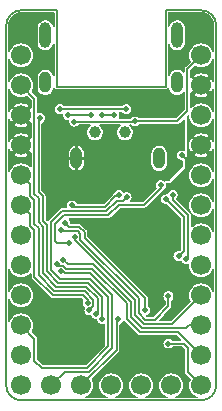
<source format=gbl>
G04 #@! TF.GenerationSoftware,KiCad,Pcbnew,(6.0.4)*
G04 #@! TF.CreationDate,2022-05-16T01:26:14+08:00*
G04 #@! TF.ProjectId,whale,7768616c-652e-46b6-9963-61645f706362,0.1*
G04 #@! TF.SameCoordinates,Original*
G04 #@! TF.FileFunction,Copper,L2,Bot*
G04 #@! TF.FilePolarity,Positive*
%FSLAX46Y46*%
G04 Gerber Fmt 4.6, Leading zero omitted, Abs format (unit mm)*
G04 Created by KiCad (PCBNEW (6.0.4)) date 2022-05-16 01:26:14*
%MOMM*%
%LPD*%
G01*
G04 APERTURE LIST*
G04 #@! TA.AperFunction,Profile*
%ADD10C,0.150000*%
G04 #@! TD*
G04 #@! TA.AperFunction,ComponentPad*
%ADD11O,1.000000X1.800000*%
G04 #@! TD*
G04 #@! TA.AperFunction,ComponentPad*
%ADD12O,1.000000X2.200000*%
G04 #@! TD*
G04 #@! TA.AperFunction,ComponentPad*
%ADD13C,1.700000*%
G04 #@! TD*
G04 #@! TA.AperFunction,ComponentPad*
%ADD14C,1.000000*%
G04 #@! TD*
G04 #@! TA.AperFunction,ViaPad*
%ADD15C,0.500000*%
G04 #@! TD*
G04 #@! TA.AperFunction,Conductor*
%ADD16C,0.310000*%
G04 #@! TD*
G04 #@! TA.AperFunction,Conductor*
%ADD17C,0.160000*%
G04 #@! TD*
G04 #@! TA.AperFunction,Conductor*
%ADD18C,0.152400*%
G04 #@! TD*
G04 APERTURE END LIST*
D10*
X30830000Y-22823554D02*
X30830000Y-29343554D01*
X27830000Y-55843554D02*
X43070000Y-55843554D01*
X26559946Y-54573554D02*
G75*
G03*
X27830000Y-55843554I1270054J54D01*
G01*
X26560000Y-24093554D02*
X26560000Y-54573554D01*
X30830000Y-29343554D02*
X40080000Y-29343554D01*
X27830000Y-22823554D02*
X30830000Y-22823554D01*
X40070000Y-22823554D02*
X43070000Y-22823554D01*
X43070000Y-55843500D02*
G75*
G03*
X44340000Y-54573554I100J1269900D01*
G01*
X40080000Y-29343554D02*
X40070000Y-22823554D01*
X44339946Y-24093554D02*
G75*
G03*
X43070000Y-22823554I-1269946J54D01*
G01*
X44340000Y-54573554D02*
X44340000Y-24093554D01*
X27830000Y-22823550D02*
G75*
G03*
X26560000Y-24093554I80J-1270080D01*
G01*
D11*
X29875000Y-28923554D03*
X41025000Y-28923554D03*
D12*
X29875000Y-24923554D03*
X41025000Y-24923554D03*
D13*
X40530000Y-54573554D03*
X37990000Y-54573554D03*
X35450000Y-54573554D03*
X32910000Y-54573554D03*
X30370000Y-54573554D03*
D14*
X34070000Y-33160000D03*
X36610000Y-33160000D03*
D13*
X27830000Y-54573554D03*
X27830000Y-52033554D03*
X27830000Y-49493554D03*
X27830000Y-46953554D03*
X27830000Y-44413554D03*
X27830000Y-41873554D03*
X27830000Y-39333554D03*
X27830000Y-36793554D03*
X27830000Y-34253554D03*
X27830000Y-31713554D03*
X27830000Y-29173554D03*
X27830000Y-26633554D03*
X43070000Y-26633554D03*
X43070000Y-29173554D03*
X43070000Y-31713554D03*
X43070000Y-34253554D03*
X43070000Y-36793554D03*
X43070000Y-39333554D03*
X43070000Y-41873554D03*
X43070000Y-44413554D03*
X43070000Y-46953554D03*
X43070000Y-49493554D03*
X43070000Y-52033554D03*
X43070000Y-54573554D03*
D11*
X32510000Y-35363554D03*
X39510000Y-35363554D03*
D15*
X38900000Y-48533554D03*
X41250000Y-37683554D03*
X41100000Y-42933554D03*
X41460500Y-35100000D03*
X36350000Y-39783554D03*
X32250000Y-40683554D03*
X34700000Y-49683554D03*
X34700000Y-51083554D03*
X29450000Y-49433554D03*
X29900000Y-27033554D03*
X40490000Y-35470000D03*
X38510000Y-31300000D03*
X29450000Y-48033554D03*
X36400000Y-51533554D03*
X38970000Y-33010000D03*
X41340000Y-33070000D03*
X33600000Y-50133554D03*
X29450000Y-46633554D03*
X37250000Y-50133554D03*
X33600000Y-48933554D03*
X29450000Y-50833554D03*
X32150000Y-36833554D03*
X32960000Y-33130000D03*
X28450000Y-45683554D03*
X38600000Y-51083554D03*
X35830000Y-35970000D03*
X29450000Y-52233554D03*
X30400000Y-35583554D03*
X41000000Y-27033554D03*
X31120000Y-31173554D03*
X36730000Y-31193554D03*
X33730000Y-31683554D03*
X31770000Y-31673554D03*
X39650000Y-37633554D03*
X31900000Y-42533554D03*
X32350000Y-42033554D03*
X31400000Y-43933554D03*
X30850000Y-44333554D03*
X40300000Y-51033554D03*
X36750000Y-38633554D03*
X31200000Y-41433554D03*
X40300000Y-47033554D03*
X31550000Y-40833554D03*
X38300000Y-48233554D03*
X33450000Y-47583554D03*
X33600000Y-48233554D03*
X34200000Y-48533554D03*
X29450000Y-31933554D03*
X34700000Y-48983554D03*
X41150000Y-43633554D03*
X40100000Y-38833554D03*
X41800000Y-43883554D03*
X40650000Y-38433554D03*
X31200000Y-44933554D03*
X35700000Y-31723554D03*
X34690000Y-31723554D03*
X36100000Y-38433554D03*
X37482000Y-32221554D03*
X32110000Y-39333554D03*
X32330000Y-32240000D03*
X36050000Y-48983554D03*
D16*
X38350000Y-39783554D02*
X40450000Y-37683554D01*
X35450000Y-40683554D02*
X36350000Y-39783554D01*
X39700000Y-47883554D02*
X39700000Y-44233554D01*
X41900000Y-36233554D02*
X41900000Y-35423554D01*
X39700000Y-44233554D02*
X41000000Y-42933554D01*
X38900000Y-48533554D02*
X39050000Y-48533554D01*
D17*
X41784054Y-35423554D02*
X41900000Y-35423554D01*
D16*
X41000000Y-42933554D02*
X41100000Y-42933554D01*
X40450000Y-37683554D02*
X41900000Y-36233554D01*
X36350000Y-39783554D02*
X39500000Y-42933554D01*
X39500000Y-42933554D02*
X41100000Y-42933554D01*
X39050000Y-48533554D02*
X39700000Y-47883554D01*
X36350000Y-39783554D02*
X38350000Y-39783554D01*
D17*
X41250000Y-37683554D02*
X40450000Y-37683554D01*
D16*
X32250000Y-40683554D02*
X35450000Y-40683554D01*
X41900000Y-35423554D02*
X43070000Y-34253554D01*
D17*
X41460500Y-35100000D02*
X41784054Y-35423554D01*
X31650000Y-36833554D02*
X30400000Y-35583554D01*
X35830000Y-35970000D02*
X34966446Y-36833554D01*
X32510000Y-35363554D02*
X30620000Y-35363554D01*
X34966446Y-36833554D02*
X32150000Y-36833554D01*
X30620000Y-35363554D02*
X30400000Y-35583554D01*
X32150000Y-36833554D02*
X31650000Y-36833554D01*
X31120000Y-31173554D02*
X36730000Y-31193554D01*
X31770000Y-31673554D02*
X32720000Y-31683554D01*
X32720000Y-31683554D02*
X33730000Y-31683554D01*
X30700000Y-40933554D02*
X31450000Y-40183554D01*
X30900000Y-42533554D02*
X30700000Y-42333554D01*
X31700000Y-42533554D02*
X30900000Y-42533554D01*
X38250000Y-39283554D02*
X39650000Y-37883554D01*
X39650000Y-37883554D02*
X39650000Y-37633554D01*
X31450000Y-40183554D02*
X35200000Y-40183554D01*
X30700000Y-42333554D02*
X30700000Y-40933554D01*
X35200000Y-40183554D02*
X36100000Y-39283554D01*
X36100000Y-39283554D02*
X38250000Y-39283554D01*
X37450000Y-47333554D02*
X37450000Y-48633554D01*
X38200000Y-49383554D02*
X40640000Y-49383554D01*
X37450000Y-48633554D02*
X38200000Y-49383554D01*
X32350000Y-42033554D02*
X32350000Y-42233554D01*
X40640000Y-49383554D02*
X43070000Y-46953554D01*
X32350000Y-42233554D02*
X37450000Y-47333554D01*
X37100000Y-47483554D02*
X37100000Y-48783554D01*
X38050000Y-49733554D02*
X41800000Y-49733554D01*
X42040000Y-49493554D02*
X43070000Y-49493554D01*
X31800000Y-44333554D02*
X33950000Y-44333554D01*
X37100000Y-48783554D02*
X38050000Y-49733554D01*
X33950000Y-44333554D02*
X37100000Y-47483554D01*
X31400000Y-43933554D02*
X31800000Y-44333554D01*
X41800000Y-49733554D02*
X42040000Y-49493554D01*
X30850000Y-44333554D02*
X30950000Y-44433554D01*
X36750000Y-48933554D02*
X36750000Y-47633554D01*
X41120000Y-50083554D02*
X37900000Y-50083554D01*
X30950000Y-44433554D02*
X31400000Y-44433554D01*
X43070000Y-52033554D02*
X41120000Y-50083554D01*
X33800000Y-44683554D02*
X31650000Y-44683554D01*
X37900000Y-50083554D02*
X36750000Y-48933554D01*
X31650000Y-44683554D02*
X31400000Y-44433554D01*
X36750000Y-47633554D02*
X33800000Y-44683554D01*
X41600000Y-51033554D02*
X41950000Y-51383554D01*
X41950000Y-53453554D02*
X43070000Y-54573554D01*
X40300000Y-51033554D02*
X41600000Y-51033554D01*
X41950000Y-51383554D02*
X41950000Y-53453554D01*
X30350000Y-40783554D02*
X31300000Y-39833554D01*
X27830000Y-49493554D02*
X28950000Y-50613554D01*
X33400000Y-53083554D02*
X35200000Y-51283554D01*
X33650000Y-45533554D02*
X31100000Y-45533554D01*
X31100000Y-45533554D02*
X30350000Y-44783554D01*
X35050000Y-39833554D02*
X35950000Y-38933554D01*
X28950000Y-50613554D02*
X28950000Y-52483554D01*
X30350000Y-44783554D02*
X30350000Y-40783554D01*
X35950000Y-38933554D02*
X36450000Y-38933554D01*
X35200000Y-51283554D02*
X35200000Y-47083554D01*
X36450000Y-38933554D02*
X36750000Y-38633554D01*
X31300000Y-39833554D02*
X35050000Y-39833554D01*
X35200000Y-47083554D02*
X33650000Y-45533554D01*
X28950000Y-52483554D02*
X29550000Y-53083554D01*
X29550000Y-53083554D02*
X33400000Y-53083554D01*
X39150000Y-49033554D02*
X40300000Y-47883554D01*
X32850000Y-41783554D02*
X32600000Y-41533554D01*
X37800000Y-47183554D02*
X32850000Y-42233554D01*
X38350000Y-49033554D02*
X39150000Y-49033554D01*
X40300000Y-47883554D02*
X40300000Y-47033554D01*
X31300000Y-41533554D02*
X31200000Y-41433554D01*
X32600000Y-41533554D02*
X31300000Y-41533554D01*
X32850000Y-42233554D02*
X32850000Y-41783554D01*
X37800000Y-48483554D02*
X38350000Y-49033554D01*
X37800000Y-47183554D02*
X37800000Y-48483554D01*
X38300000Y-48233554D02*
X38300000Y-47183554D01*
X31900000Y-41183554D02*
X32750000Y-41183554D01*
X33200000Y-42083554D02*
X38300000Y-47183554D01*
X32750000Y-41183554D02*
X33200000Y-41633554D01*
X31550000Y-40833554D02*
X31900000Y-41183554D01*
X33200000Y-41633554D02*
X33200000Y-42083554D01*
X27830000Y-39333554D02*
X28600000Y-40103554D01*
X28600000Y-40103554D02*
X28600000Y-41083554D01*
X33450000Y-47333554D02*
X33450000Y-47583554D01*
X28600000Y-41083554D02*
X28950000Y-41433554D01*
X33050000Y-46933554D02*
X30500000Y-46933554D01*
X33050000Y-46933554D02*
X33450000Y-47333554D01*
X30500000Y-46933554D02*
X28950000Y-45383554D01*
X28950000Y-45383554D02*
X28950000Y-41433554D01*
X28600000Y-37563554D02*
X27830000Y-36793554D01*
X28600000Y-38533554D02*
X28600000Y-37563554D01*
X33600000Y-48233554D02*
X33950000Y-47883554D01*
X28950000Y-40933554D02*
X28950000Y-38883554D01*
X29300000Y-41283554D02*
X29300000Y-45233554D01*
X30650000Y-46583554D02*
X33200000Y-46583554D01*
X28950000Y-38883554D02*
X28600000Y-38533554D01*
X29300000Y-45233554D02*
X30650000Y-46583554D01*
X33950000Y-47333554D02*
X33200000Y-46583554D01*
X29300000Y-41283554D02*
X28950000Y-40933554D01*
X33950000Y-47883554D02*
X33950000Y-47333554D01*
X29300000Y-38733554D02*
X29300000Y-40783554D01*
X29650000Y-45083554D02*
X29650000Y-41133554D01*
X34300000Y-47183554D02*
X34300000Y-48433554D01*
X27830000Y-29173554D02*
X28950000Y-30293554D01*
X34300000Y-48433554D02*
X34200000Y-48533554D01*
X28950000Y-38383554D02*
X29300000Y-38733554D01*
X28950000Y-30293554D02*
X28950000Y-38383554D01*
X33350000Y-46233554D02*
X30800000Y-46233554D01*
X30800000Y-46233554D02*
X29650000Y-45083554D01*
X33350000Y-46233554D02*
X34300000Y-47183554D01*
X29300000Y-40783554D02*
X29650000Y-41133554D01*
X30000000Y-40983554D02*
X29650000Y-40633554D01*
X29650000Y-38583554D02*
X29300000Y-38233554D01*
X29300000Y-38233554D02*
X29300000Y-32083554D01*
X34700000Y-48983554D02*
X34700000Y-47083554D01*
X34700000Y-47083554D02*
X33500000Y-45883554D01*
X29300000Y-32083554D02*
X29450000Y-31933554D01*
X29650000Y-40633554D02*
X29650000Y-38583554D01*
X33500000Y-45883554D02*
X30950000Y-45883554D01*
X30000000Y-44933554D02*
X30000000Y-40983554D01*
X30950000Y-45883554D02*
X30000000Y-44933554D01*
X41600000Y-40333554D02*
X41600000Y-43183554D01*
X41600000Y-43183554D02*
X41150000Y-43633554D01*
X40100000Y-38833554D02*
X41600000Y-40333554D01*
X41950000Y-40183554D02*
X41950000Y-43733554D01*
X40650000Y-38883554D02*
X41950000Y-40183554D01*
X41950000Y-43733554D02*
X41800000Y-43883554D01*
X40650000Y-38433554D02*
X40650000Y-38883554D01*
X31200000Y-44933554D02*
X31400000Y-44933554D01*
X31500000Y-45033554D02*
X33650000Y-45033554D01*
X33650000Y-45033554D02*
X35550000Y-46933554D01*
X35550000Y-51433554D02*
X33550000Y-53433554D01*
X31510000Y-53433554D02*
X30370000Y-54573554D01*
X31400000Y-44933554D02*
X31500000Y-45033554D01*
X35550000Y-46933554D02*
X35550000Y-51433554D01*
X33550000Y-53433554D02*
X31510000Y-53433554D01*
X35700000Y-31723554D02*
X34690000Y-31723554D01*
D18*
X41905489Y-27798065D02*
X43070000Y-26633554D01*
D17*
X35950000Y-38583554D02*
X35800000Y-38583554D01*
X41062000Y-32221554D02*
X41905489Y-31378065D01*
X32260000Y-39483554D02*
X32110000Y-39333554D01*
X37482000Y-32221554D02*
X41062000Y-32221554D01*
X32330000Y-32240000D02*
X37463554Y-32240000D01*
X37463554Y-32240000D02*
X37482000Y-32221554D01*
X41905489Y-31378065D02*
X41905489Y-27798065D01*
X34900000Y-39483554D02*
X32260000Y-39483554D01*
X35800000Y-38583554D02*
X34900000Y-39483554D01*
X36100000Y-38433554D02*
X35950000Y-38583554D01*
X35900000Y-51583554D02*
X35900000Y-49133554D01*
X35900000Y-49133554D02*
X36050000Y-48983554D01*
X32910000Y-54573554D02*
X35900000Y-51583554D01*
G04 #@! TA.AperFunction,Conductor*
G36*
X36572502Y-49106140D02*
G01*
X36574429Y-49104000D01*
X36580598Y-49109555D01*
X36585479Y-49116273D01*
X36593329Y-49120805D01*
X36609686Y-49133358D01*
X37724021Y-50247694D01*
X37726869Y-50250694D01*
X37755479Y-50282469D01*
X37775751Y-50291495D01*
X37779210Y-50293035D01*
X37790103Y-50298950D01*
X37804924Y-50308575D01*
X37804925Y-50308576D01*
X37811888Y-50313097D01*
X37820089Y-50314396D01*
X37820835Y-50314514D01*
X37840604Y-50320370D01*
X37841290Y-50320675D01*
X37841291Y-50320675D01*
X37848880Y-50324054D01*
X37874856Y-50324054D01*
X37887214Y-50325027D01*
X37904664Y-50327791D01*
X37904666Y-50327791D01*
X37912868Y-50329090D01*
X37921617Y-50326746D01*
X37942062Y-50324054D01*
X40987660Y-50324054D01*
X41038440Y-50342536D01*
X41043521Y-50347193D01*
X41354521Y-50658193D01*
X41377359Y-50707169D01*
X41363373Y-50759367D01*
X41319107Y-50790362D01*
X41298660Y-50793054D01*
X40686900Y-50793054D01*
X40636120Y-50774572D01*
X40631039Y-50769915D01*
X40550245Y-50689121D01*
X40431562Y-50628649D01*
X40425423Y-50627677D01*
X40425421Y-50627676D01*
X40306143Y-50608785D01*
X40300000Y-50607812D01*
X40293857Y-50608785D01*
X40174579Y-50627676D01*
X40174577Y-50627677D01*
X40168438Y-50628649D01*
X40049755Y-50689121D01*
X39955567Y-50783309D01*
X39952745Y-50788848D01*
X39952744Y-50788849D01*
X39926423Y-50840507D01*
X39895095Y-50901992D01*
X39874258Y-51033554D01*
X39875231Y-51039697D01*
X39884387Y-51097504D01*
X39895095Y-51165116D01*
X39904673Y-51183913D01*
X39950602Y-51274054D01*
X39955567Y-51283799D01*
X40049755Y-51377987D01*
X40168438Y-51438459D01*
X40174577Y-51439431D01*
X40174579Y-51439432D01*
X40277111Y-51455671D01*
X40285062Y-51456930D01*
X40293857Y-51458323D01*
X40300000Y-51459296D01*
X40306143Y-51458323D01*
X40314939Y-51456930D01*
X40322889Y-51455671D01*
X40425421Y-51439432D01*
X40425423Y-51439431D01*
X40431562Y-51438459D01*
X40550245Y-51377987D01*
X40631039Y-51297193D01*
X40680015Y-51274355D01*
X40686900Y-51274054D01*
X41467659Y-51274054D01*
X41518439Y-51292536D01*
X41523521Y-51297193D01*
X41686362Y-51460035D01*
X41709199Y-51509011D01*
X41709500Y-51515896D01*
X41709500Y-53445179D01*
X41709392Y-53449313D01*
X41707154Y-53492016D01*
X41716465Y-53516272D01*
X41719981Y-53528141D01*
X41725384Y-53553560D01*
X41730706Y-53560884D01*
X41740551Y-53579017D01*
X41743794Y-53587466D01*
X41762158Y-53605830D01*
X41770205Y-53615250D01*
X41785479Y-53636273D01*
X41793329Y-53640805D01*
X41809686Y-53653358D01*
X42163298Y-54006970D01*
X42186136Y-54055946D01*
X42176666Y-54100888D01*
X42136720Y-54173550D01*
X42076800Y-54362443D01*
X42054710Y-54559377D01*
X42071292Y-54756851D01*
X42125915Y-54947344D01*
X42216498Y-55123599D01*
X42339590Y-55278902D01*
X42490504Y-55407340D01*
X42493878Y-55409226D01*
X42493880Y-55409227D01*
X42519363Y-55423469D01*
X42663490Y-55504019D01*
X42667152Y-55505209D01*
X42667157Y-55505211D01*
X42740128Y-55528920D01*
X42782712Y-55562190D01*
X42793947Y-55615048D01*
X42768577Y-55662762D01*
X42715716Y-55683054D01*
X40890717Y-55683054D01*
X40839937Y-55664572D01*
X40812917Y-55617772D01*
X40822301Y-55564554D01*
X40863697Y-55529818D01*
X40869472Y-55527964D01*
X40897190Y-55520225D01*
X40991858Y-55472405D01*
X41070619Y-55432620D01*
X41070621Y-55432619D01*
X41074073Y-55430875D01*
X41230232Y-55308870D01*
X41258707Y-55275881D01*
X41357196Y-55161782D01*
X41357200Y-55161777D01*
X41359720Y-55158857D01*
X41361626Y-55155501D01*
X41361630Y-55155496D01*
X41455695Y-54989910D01*
X41457604Y-54986550D01*
X41468757Y-54953024D01*
X41518935Y-54802184D01*
X41518936Y-54802179D01*
X41520156Y-54798512D01*
X41544993Y-54601905D01*
X41545389Y-54573554D01*
X41526051Y-54376331D01*
X41468774Y-54186619D01*
X41466963Y-54183214D01*
X41466961Y-54183208D01*
X41377551Y-54015054D01*
X41375739Y-54011646D01*
X41371998Y-54007058D01*
X41252930Y-53861068D01*
X41250490Y-53858076D01*
X41238415Y-53848086D01*
X41100773Y-53734219D01*
X41100772Y-53734218D01*
X41097798Y-53731758D01*
X41079979Y-53722123D01*
X40991633Y-53674355D01*
X40923479Y-53637504D01*
X40734172Y-53578904D01*
X40537089Y-53558190D01*
X40533243Y-53558540D01*
X40533242Y-53558540D01*
X40485487Y-53562886D01*
X40339735Y-53576150D01*
X40336028Y-53577241D01*
X40153338Y-53631010D01*
X40153335Y-53631011D01*
X40149629Y-53632102D01*
X40146202Y-53633894D01*
X40146201Y-53633894D01*
X40141480Y-53636362D01*
X39974010Y-53723913D01*
X39971003Y-53726331D01*
X39971001Y-53726332D01*
X39894207Y-53788076D01*
X39819570Y-53848086D01*
X39692189Y-53999893D01*
X39690327Y-54003281D01*
X39690325Y-54003283D01*
X39637151Y-54100007D01*
X39596720Y-54173550D01*
X39536800Y-54362443D01*
X39514710Y-54559377D01*
X39531292Y-54756851D01*
X39585915Y-54947344D01*
X39676498Y-55123599D01*
X39799590Y-55278902D01*
X39950504Y-55407340D01*
X39953878Y-55409226D01*
X39953880Y-55409227D01*
X39979363Y-55423469D01*
X40123490Y-55504019D01*
X40127152Y-55505209D01*
X40127157Y-55505211D01*
X40200128Y-55528920D01*
X40242712Y-55562190D01*
X40253947Y-55615048D01*
X40228577Y-55662762D01*
X40175716Y-55683054D01*
X38350717Y-55683054D01*
X38299937Y-55664572D01*
X38272917Y-55617772D01*
X38282301Y-55564554D01*
X38323697Y-55529818D01*
X38329472Y-55527964D01*
X38357190Y-55520225D01*
X38451858Y-55472405D01*
X38530619Y-55432620D01*
X38530621Y-55432619D01*
X38534073Y-55430875D01*
X38690232Y-55308870D01*
X38718707Y-55275881D01*
X38817196Y-55161782D01*
X38817200Y-55161777D01*
X38819720Y-55158857D01*
X38821626Y-55155501D01*
X38821630Y-55155496D01*
X38915695Y-54989910D01*
X38917604Y-54986550D01*
X38928757Y-54953024D01*
X38978935Y-54802184D01*
X38978936Y-54802179D01*
X38980156Y-54798512D01*
X39004993Y-54601905D01*
X39005389Y-54573554D01*
X38986051Y-54376331D01*
X38928774Y-54186619D01*
X38926963Y-54183214D01*
X38926961Y-54183208D01*
X38837551Y-54015054D01*
X38835739Y-54011646D01*
X38831998Y-54007058D01*
X38712930Y-53861068D01*
X38710490Y-53858076D01*
X38698415Y-53848086D01*
X38560773Y-53734219D01*
X38560772Y-53734218D01*
X38557798Y-53731758D01*
X38539979Y-53722123D01*
X38451633Y-53674355D01*
X38383479Y-53637504D01*
X38194172Y-53578904D01*
X37997089Y-53558190D01*
X37993243Y-53558540D01*
X37993242Y-53558540D01*
X37945487Y-53562886D01*
X37799735Y-53576150D01*
X37796028Y-53577241D01*
X37613338Y-53631010D01*
X37613335Y-53631011D01*
X37609629Y-53632102D01*
X37606202Y-53633894D01*
X37606201Y-53633894D01*
X37601480Y-53636362D01*
X37434010Y-53723913D01*
X37431003Y-53726331D01*
X37431001Y-53726332D01*
X37354207Y-53788076D01*
X37279570Y-53848086D01*
X37152189Y-53999893D01*
X37150327Y-54003281D01*
X37150325Y-54003283D01*
X37097151Y-54100007D01*
X37056720Y-54173550D01*
X36996800Y-54362443D01*
X36974710Y-54559377D01*
X36991292Y-54756851D01*
X37045915Y-54947344D01*
X37136498Y-55123599D01*
X37259590Y-55278902D01*
X37410504Y-55407340D01*
X37413878Y-55409226D01*
X37413880Y-55409227D01*
X37439363Y-55423469D01*
X37583490Y-55504019D01*
X37587152Y-55505209D01*
X37587157Y-55505211D01*
X37660128Y-55528920D01*
X37702712Y-55562190D01*
X37713947Y-55615048D01*
X37688577Y-55662762D01*
X37635716Y-55683054D01*
X35810717Y-55683054D01*
X35759937Y-55664572D01*
X35732917Y-55617772D01*
X35742301Y-55564554D01*
X35783697Y-55529818D01*
X35789472Y-55527964D01*
X35817190Y-55520225D01*
X35911858Y-55472405D01*
X35990619Y-55432620D01*
X35990621Y-55432619D01*
X35994073Y-55430875D01*
X36150232Y-55308870D01*
X36178707Y-55275881D01*
X36277196Y-55161782D01*
X36277200Y-55161777D01*
X36279720Y-55158857D01*
X36281626Y-55155501D01*
X36281630Y-55155496D01*
X36375695Y-54989910D01*
X36377604Y-54986550D01*
X36388757Y-54953024D01*
X36438935Y-54802184D01*
X36438936Y-54802179D01*
X36440156Y-54798512D01*
X36464993Y-54601905D01*
X36465389Y-54573554D01*
X36446051Y-54376331D01*
X36388774Y-54186619D01*
X36386963Y-54183214D01*
X36386961Y-54183208D01*
X36297551Y-54015054D01*
X36295739Y-54011646D01*
X36291998Y-54007058D01*
X36172930Y-53861068D01*
X36170490Y-53858076D01*
X36158415Y-53848086D01*
X36020773Y-53734219D01*
X36020772Y-53734218D01*
X36017798Y-53731758D01*
X35999979Y-53722123D01*
X35911633Y-53674355D01*
X35843479Y-53637504D01*
X35654172Y-53578904D01*
X35457089Y-53558190D01*
X35453243Y-53558540D01*
X35453242Y-53558540D01*
X35405487Y-53562886D01*
X35259735Y-53576150D01*
X35256028Y-53577241D01*
X35073338Y-53631010D01*
X35073335Y-53631011D01*
X35069629Y-53632102D01*
X35066202Y-53633894D01*
X35066201Y-53633894D01*
X35061480Y-53636362D01*
X34894010Y-53723913D01*
X34891003Y-53726331D01*
X34891001Y-53726332D01*
X34814207Y-53788076D01*
X34739570Y-53848086D01*
X34612189Y-53999893D01*
X34610327Y-54003281D01*
X34610325Y-54003283D01*
X34557151Y-54100007D01*
X34516720Y-54173550D01*
X34456800Y-54362443D01*
X34434710Y-54559377D01*
X34451292Y-54756851D01*
X34505915Y-54947344D01*
X34596498Y-55123599D01*
X34719590Y-55278902D01*
X34870504Y-55407340D01*
X34873878Y-55409226D01*
X34873880Y-55409227D01*
X34899363Y-55423469D01*
X35043490Y-55504019D01*
X35047152Y-55505209D01*
X35047157Y-55505211D01*
X35120128Y-55528920D01*
X35162712Y-55562190D01*
X35173947Y-55615048D01*
X35148577Y-55662762D01*
X35095716Y-55683054D01*
X33270717Y-55683054D01*
X33219937Y-55664572D01*
X33192917Y-55617772D01*
X33202301Y-55564554D01*
X33243697Y-55529818D01*
X33249472Y-55527964D01*
X33277190Y-55520225D01*
X33371858Y-55472405D01*
X33450619Y-55432620D01*
X33450621Y-55432619D01*
X33454073Y-55430875D01*
X33610232Y-55308870D01*
X33638707Y-55275881D01*
X33737196Y-55161782D01*
X33737200Y-55161777D01*
X33739720Y-55158857D01*
X33741626Y-55155501D01*
X33741630Y-55155496D01*
X33835695Y-54989910D01*
X33837604Y-54986550D01*
X33848757Y-54953024D01*
X33898935Y-54802184D01*
X33898936Y-54802179D01*
X33900156Y-54798512D01*
X33924993Y-54601905D01*
X33925389Y-54573554D01*
X33906051Y-54376331D01*
X33848774Y-54186619D01*
X33832962Y-54156882D01*
X33802722Y-54100007D01*
X33795201Y-54046494D01*
X33816614Y-54007058D01*
X34931053Y-52892620D01*
X36064140Y-51759533D01*
X36067140Y-51756685D01*
X36092744Y-51733631D01*
X36098915Y-51728075D01*
X36109481Y-51704344D01*
X36115396Y-51693451D01*
X36125021Y-51678630D01*
X36125022Y-51678629D01*
X36129543Y-51671666D01*
X36130960Y-51662718D01*
X36136816Y-51642950D01*
X36137121Y-51642264D01*
X36137121Y-51642263D01*
X36140500Y-51634674D01*
X36140500Y-51608698D01*
X36141473Y-51596340D01*
X36144237Y-51578890D01*
X36144237Y-51578888D01*
X36145536Y-51570686D01*
X36143192Y-51561937D01*
X36140500Y-51541492D01*
X36140500Y-49457793D01*
X36158982Y-49407013D01*
X36183635Y-49387404D01*
X36294700Y-49330813D01*
X36294703Y-49330811D01*
X36300245Y-49327987D01*
X36394433Y-49233799D01*
X36404060Y-49214906D01*
X36442859Y-49138758D01*
X36449856Y-49125025D01*
X36489378Y-49088170D01*
X36543343Y-49085342D01*
X36572502Y-49106140D01*
G37*
G04 #@! TD.AperFunction*
G04 #@! TA.AperFunction,Conductor*
G36*
X26839000Y-44704172D02*
G01*
X26873736Y-44745568D01*
X26875439Y-44750810D01*
X26885915Y-44787344D01*
X26976498Y-44963599D01*
X27099590Y-45118902D01*
X27250504Y-45247340D01*
X27423490Y-45344019D01*
X27427152Y-45345209D01*
X27427157Y-45345211D01*
X27532118Y-45379314D01*
X27611960Y-45405256D01*
X27615797Y-45405714D01*
X27615799Y-45405714D01*
X27804892Y-45428262D01*
X27804895Y-45428262D01*
X27808735Y-45428720D01*
X28006320Y-45413517D01*
X28197190Y-45360225D01*
X28367780Y-45274054D01*
X28370619Y-45272620D01*
X28370621Y-45272619D01*
X28374073Y-45270875D01*
X28530232Y-45148870D01*
X28570697Y-45101991D01*
X28617870Y-45075627D01*
X28670951Y-45085753D01*
X28705106Y-45127631D01*
X28709500Y-45153611D01*
X28709500Y-45375179D01*
X28709392Y-45379314D01*
X28707654Y-45412479D01*
X28707154Y-45422016D01*
X28716465Y-45446272D01*
X28719981Y-45458141D01*
X28725384Y-45483560D01*
X28730706Y-45490884D01*
X28740551Y-45509017D01*
X28743794Y-45517466D01*
X28762158Y-45535830D01*
X28770205Y-45545250D01*
X28785479Y-45566273D01*
X28793329Y-45570805D01*
X28809686Y-45583358D01*
X30324012Y-47097684D01*
X30326860Y-47100684D01*
X30355479Y-47132469D01*
X30363065Y-47135846D01*
X30363067Y-47135848D01*
X30379206Y-47143033D01*
X30390100Y-47148948D01*
X30404921Y-47158573D01*
X30404924Y-47158574D01*
X30411887Y-47163096D01*
X30420088Y-47164395D01*
X30420832Y-47164513D01*
X30440603Y-47170369D01*
X30448880Y-47174054D01*
X30474857Y-47174054D01*
X30487215Y-47175027D01*
X30504664Y-47177791D01*
X30504666Y-47177791D01*
X30512868Y-47179090D01*
X30521615Y-47176746D01*
X30542063Y-47174054D01*
X32917660Y-47174054D01*
X32968440Y-47192536D01*
X32973521Y-47197193D01*
X33066355Y-47290027D01*
X33089193Y-47339003D01*
X33080883Y-47381754D01*
X33047917Y-47446452D01*
X33047916Y-47446456D01*
X33045095Y-47451992D01*
X33044123Y-47458131D01*
X33044122Y-47458133D01*
X33031337Y-47538857D01*
X33024258Y-47583554D01*
X33025231Y-47589697D01*
X33041315Y-47691247D01*
X33045095Y-47715116D01*
X33047917Y-47720654D01*
X33097574Y-47818111D01*
X33105567Y-47833799D01*
X33199755Y-47927987D01*
X33205299Y-47930812D01*
X33206922Y-47931991D01*
X33237140Y-47976792D01*
X33230875Y-48031768D01*
X33197918Y-48096449D01*
X33197916Y-48096456D01*
X33195095Y-48101992D01*
X33194123Y-48108131D01*
X33194122Y-48108133D01*
X33177883Y-48210665D01*
X33174258Y-48233554D01*
X33195095Y-48365116D01*
X33255567Y-48483799D01*
X33349755Y-48577987D01*
X33355294Y-48580809D01*
X33355295Y-48580810D01*
X33364127Y-48585310D01*
X33468438Y-48638459D01*
X33474577Y-48639431D01*
X33474579Y-48639432D01*
X33593857Y-48658323D01*
X33600000Y-48659296D01*
X33721093Y-48640117D01*
X33774138Y-48650428D01*
X33803840Y-48682279D01*
X33819756Y-48713515D01*
X33855567Y-48783799D01*
X33949755Y-48877987D01*
X34068438Y-48938459D01*
X34074577Y-48939431D01*
X34074579Y-48939432D01*
X34177111Y-48955671D01*
X34200000Y-48959296D01*
X34203807Y-48958693D01*
X34253570Y-48976805D01*
X34280817Y-49024964D01*
X34295095Y-49115116D01*
X34319312Y-49162645D01*
X34345941Y-49214906D01*
X34355567Y-49233799D01*
X34449755Y-49327987D01*
X34568438Y-49388459D01*
X34574577Y-49389431D01*
X34574579Y-49389432D01*
X34670634Y-49404645D01*
X34685586Y-49407013D01*
X34693857Y-49408323D01*
X34700000Y-49409296D01*
X34706143Y-49408323D01*
X34714415Y-49407013D01*
X34729366Y-49404645D01*
X34825421Y-49389432D01*
X34825423Y-49389431D01*
X34831562Y-49388459D01*
X34844635Y-49381798D01*
X34898271Y-49375213D01*
X34943592Y-49404645D01*
X34959500Y-49452188D01*
X34959500Y-51151214D01*
X34941018Y-51201994D01*
X34936361Y-51207075D01*
X33323521Y-52819915D01*
X33274545Y-52842753D01*
X33267660Y-52843054D01*
X29682340Y-52843054D01*
X29631560Y-52824572D01*
X29626479Y-52819915D01*
X29213639Y-52407075D01*
X29190801Y-52358099D01*
X29190500Y-52351214D01*
X29190500Y-50621921D01*
X29190608Y-50617786D01*
X29192412Y-50583379D01*
X29192412Y-50583377D01*
X29192846Y-50575091D01*
X29183537Y-50550841D01*
X29180016Y-50538953D01*
X29176342Y-50521668D01*
X29174616Y-50513548D01*
X29169290Y-50506217D01*
X29159451Y-50488096D01*
X29156206Y-50479642D01*
X29137842Y-50461278D01*
X29129795Y-50451858D01*
X29114521Y-50430835D01*
X29106671Y-50426303D01*
X29090314Y-50413750D01*
X28736945Y-50060381D01*
X28714107Y-50011405D01*
X28724116Y-49965500D01*
X28757604Y-49906550D01*
X28768476Y-49873868D01*
X28818935Y-49722184D01*
X28818936Y-49722179D01*
X28820156Y-49718512D01*
X28844993Y-49521905D01*
X28845389Y-49493554D01*
X28829432Y-49330810D01*
X28826428Y-49300175D01*
X28826428Y-49300174D01*
X28826051Y-49296331D01*
X28768774Y-49106619D01*
X28766963Y-49103214D01*
X28766961Y-49103208D01*
X28679879Y-48939432D01*
X28675739Y-48931646D01*
X28672157Y-48927253D01*
X28595495Y-48833258D01*
X28550490Y-48778076D01*
X28538415Y-48768086D01*
X28400773Y-48654219D01*
X28400772Y-48654218D01*
X28397798Y-48651758D01*
X28379979Y-48642123D01*
X28321484Y-48610495D01*
X28223479Y-48557504D01*
X28034172Y-48498904D01*
X27837089Y-48478190D01*
X27833243Y-48478540D01*
X27833242Y-48478540D01*
X27785487Y-48482886D01*
X27639735Y-48496150D01*
X27636028Y-48497241D01*
X27453338Y-48551010D01*
X27453335Y-48551011D01*
X27449629Y-48552102D01*
X27446202Y-48553894D01*
X27446201Y-48553894D01*
X27435784Y-48559340D01*
X27274010Y-48643913D01*
X27271003Y-48646331D01*
X27271001Y-48646332D01*
X27254877Y-48659296D01*
X27119570Y-48768086D01*
X26992189Y-48919893D01*
X26990327Y-48923281D01*
X26990325Y-48923283D01*
X26981982Y-48938459D01*
X26896720Y-49093550D01*
X26895551Y-49097234D01*
X26895551Y-49097235D01*
X26874802Y-49162645D01*
X26841831Y-49205460D01*
X26789052Y-49217064D01*
X26741162Y-49192028D01*
X26720500Y-49138758D01*
X26720500Y-47312588D01*
X26738982Y-47261808D01*
X26785782Y-47234788D01*
X26839000Y-47244172D01*
X26873736Y-47285568D01*
X26875439Y-47290810D01*
X26885915Y-47327344D01*
X26976498Y-47503599D01*
X27099590Y-47658902D01*
X27250504Y-47787340D01*
X27423490Y-47884019D01*
X27427152Y-47885209D01*
X27427157Y-47885211D01*
X27545269Y-47923587D01*
X27611960Y-47945256D01*
X27615797Y-47945714D01*
X27615799Y-47945714D01*
X27804892Y-47968262D01*
X27804895Y-47968262D01*
X27808735Y-47968720D01*
X28006320Y-47953517D01*
X28197190Y-47900225D01*
X28339659Y-47828259D01*
X28370619Y-47812620D01*
X28370621Y-47812619D01*
X28374073Y-47810875D01*
X28473528Y-47733172D01*
X28527190Y-47691247D01*
X28527192Y-47691245D01*
X28530232Y-47688870D01*
X28621139Y-47583554D01*
X28657196Y-47541782D01*
X28657200Y-47541777D01*
X28659720Y-47538857D01*
X28661626Y-47535501D01*
X28661630Y-47535496D01*
X28755695Y-47369910D01*
X28757604Y-47366550D01*
X28769339Y-47331274D01*
X28818935Y-47182184D01*
X28818936Y-47182179D01*
X28820156Y-47178512D01*
X28821925Y-47164513D01*
X28830367Y-47097684D01*
X28844993Y-46981905D01*
X28845389Y-46953554D01*
X28826051Y-46756331D01*
X28768774Y-46566619D01*
X28766963Y-46563214D01*
X28766961Y-46563208D01*
X28677551Y-46395054D01*
X28675739Y-46391646D01*
X28668919Y-46383283D01*
X28552930Y-46241068D01*
X28550490Y-46238076D01*
X28538415Y-46228086D01*
X28400773Y-46114219D01*
X28400772Y-46114218D01*
X28397798Y-46111758D01*
X28379979Y-46102123D01*
X28360059Y-46091353D01*
X28223479Y-46017504D01*
X28034172Y-45958904D01*
X27837089Y-45938190D01*
X27833243Y-45938540D01*
X27833242Y-45938540D01*
X27785487Y-45942886D01*
X27639735Y-45956150D01*
X27636028Y-45957241D01*
X27453338Y-46011010D01*
X27453335Y-46011011D01*
X27449629Y-46012102D01*
X27274010Y-46103913D01*
X27271003Y-46106331D01*
X27271001Y-46106332D01*
X27261192Y-46114219D01*
X27119570Y-46228086D01*
X26992189Y-46379893D01*
X26990327Y-46383281D01*
X26990325Y-46383283D01*
X26983854Y-46395054D01*
X26896720Y-46553550D01*
X26895551Y-46557234D01*
X26895551Y-46557235D01*
X26874802Y-46622645D01*
X26841831Y-46665460D01*
X26789052Y-46677064D01*
X26741162Y-46652028D01*
X26720500Y-46598758D01*
X26720500Y-44772588D01*
X26738982Y-44721808D01*
X26785782Y-44694788D01*
X26839000Y-44704172D01*
G37*
G04 #@! TD.AperFunction*
G04 #@! TA.AperFunction,Conductor*
G36*
X30641280Y-23002536D02*
G01*
X30668300Y-23049336D01*
X30669500Y-23063054D01*
X30669500Y-24124893D01*
X30651018Y-24175673D01*
X30604218Y-24202693D01*
X30551000Y-24193309D01*
X30516600Y-24152818D01*
X30466320Y-24019756D01*
X30466319Y-24019755D01*
X30464636Y-24015300D01*
X30374087Y-23883549D01*
X30254725Y-23777202D01*
X30113440Y-23702395D01*
X30108825Y-23701236D01*
X30108823Y-23701235D01*
X30035915Y-23682922D01*
X29958391Y-23663449D01*
X29953631Y-23663424D01*
X29953630Y-23663424D01*
X29881061Y-23663044D01*
X29798526Y-23662612D01*
X29698958Y-23686516D01*
X29647712Y-23698819D01*
X29647710Y-23698820D01*
X29643077Y-23699932D01*
X29638845Y-23702116D01*
X29638843Y-23702117D01*
X29602700Y-23720772D01*
X29501017Y-23773255D01*
X29380548Y-23878347D01*
X29288624Y-24009142D01*
X29230552Y-24158088D01*
X29214500Y-24280014D01*
X29214500Y-25563640D01*
X29228855Y-25682262D01*
X29235308Y-25699340D01*
X29266590Y-25782123D01*
X29285364Y-25831808D01*
X29375913Y-25963559D01*
X29379471Y-25966729D01*
X29484037Y-26059893D01*
X29495275Y-26069906D01*
X29636560Y-26144713D01*
X29641175Y-26145872D01*
X29641177Y-26145873D01*
X29714084Y-26164186D01*
X29791609Y-26183659D01*
X29796369Y-26183684D01*
X29796370Y-26183684D01*
X29868939Y-26184064D01*
X29951474Y-26184496D01*
X30051042Y-26160592D01*
X30102288Y-26148289D01*
X30102290Y-26148288D01*
X30106923Y-26147176D01*
X30111155Y-26144992D01*
X30111157Y-26144991D01*
X30181270Y-26108802D01*
X30248983Y-26073853D01*
X30369452Y-25968761D01*
X30461376Y-25837966D01*
X30516896Y-25695565D01*
X30552562Y-25654967D01*
X30605980Y-25646793D01*
X30652154Y-25674868D01*
X30669500Y-25724262D01*
X30669500Y-28324893D01*
X30651018Y-28375673D01*
X30604218Y-28402693D01*
X30551000Y-28393309D01*
X30516600Y-28352818D01*
X30466320Y-28219756D01*
X30466319Y-28219755D01*
X30464636Y-28215300D01*
X30374087Y-28083549D01*
X30254725Y-27977202D01*
X30113440Y-27902395D01*
X30108825Y-27901236D01*
X30108823Y-27901235D01*
X30001395Y-27874251D01*
X29958391Y-27863449D01*
X29953631Y-27863424D01*
X29953630Y-27863424D01*
X29881061Y-27863044D01*
X29798526Y-27862612D01*
X29698958Y-27886516D01*
X29647712Y-27898819D01*
X29647710Y-27898820D01*
X29643077Y-27899932D01*
X29638845Y-27902116D01*
X29638843Y-27902117D01*
X29633986Y-27904624D01*
X29501017Y-27973255D01*
X29380548Y-28078347D01*
X29356215Y-28112969D01*
X29308726Y-28180540D01*
X29288624Y-28209142D01*
X29286896Y-28213574D01*
X29286895Y-28213576D01*
X29278792Y-28234359D01*
X29230552Y-28358088D01*
X29229930Y-28362814D01*
X29218315Y-28451040D01*
X29214500Y-28480014D01*
X29214500Y-29363640D01*
X29218256Y-29394674D01*
X29227736Y-29473012D01*
X29228855Y-29482262D01*
X29285364Y-29631808D01*
X29344478Y-29717820D01*
X29370174Y-29755208D01*
X29375913Y-29763559D01*
X29495275Y-29869906D01*
X29636560Y-29944713D01*
X29641175Y-29945872D01*
X29641177Y-29945873D01*
X29714084Y-29964186D01*
X29791609Y-29983659D01*
X29796369Y-29983684D01*
X29796370Y-29983684D01*
X29868939Y-29984064D01*
X29951474Y-29984496D01*
X30051042Y-29960592D01*
X30102288Y-29948289D01*
X30102290Y-29948288D01*
X30106923Y-29947176D01*
X30111155Y-29944992D01*
X30111157Y-29944991D01*
X30234359Y-29881401D01*
X30248983Y-29873853D01*
X30348901Y-29786689D01*
X30365861Y-29771894D01*
X30365863Y-29771892D01*
X30369452Y-29768761D01*
X30423819Y-29691405D01*
X30458639Y-29641861D01*
X30458640Y-29641858D01*
X30461376Y-29637966D01*
X30519448Y-29489020D01*
X30527767Y-29425831D01*
X30552719Y-29377898D01*
X30602645Y-29357218D01*
X30654183Y-29373468D01*
X30673137Y-29402489D01*
X30675067Y-29401178D01*
X30676123Y-29402733D01*
X30679256Y-29407341D01*
X30679938Y-29408874D01*
X30681301Y-29411152D01*
X30683508Y-29420138D01*
X30689831Y-29427310D01*
X30699614Y-29438407D01*
X30705694Y-29446245D01*
X30714015Y-29458489D01*
X30714017Y-29458491D01*
X30719391Y-29466398D01*
X30727546Y-29470770D01*
X30728446Y-29471680D01*
X30729539Y-29472350D01*
X30735659Y-29479292D01*
X30744585Y-29482718D01*
X30744586Y-29482719D01*
X30758399Y-29488021D01*
X30767420Y-29492152D01*
X30782491Y-29500233D01*
X30782494Y-29500234D01*
X30788891Y-29503664D01*
X30791978Y-29504054D01*
X30794802Y-29504054D01*
X30801215Y-29504458D01*
X30809282Y-29507554D01*
X30835003Y-29504578D01*
X30844083Y-29504054D01*
X40044736Y-29504054D01*
X40051370Y-29504466D01*
X40059534Y-29507586D01*
X40069028Y-29506473D01*
X40069029Y-29506473D01*
X40085068Y-29504592D01*
X40094268Y-29504054D01*
X40099554Y-29504054D01*
X40104182Y-29502917D01*
X40104571Y-29502870D01*
X40113466Y-29501262D01*
X40137858Y-29498402D01*
X40145425Y-29493242D01*
X40146619Y-29492874D01*
X40147694Y-29492229D01*
X40156584Y-29490046D01*
X40163755Y-29483724D01*
X40163757Y-29483723D01*
X40174993Y-29473817D01*
X40182733Y-29467804D01*
X40195114Y-29459362D01*
X40195115Y-29459361D01*
X40203014Y-29453975D01*
X40207330Y-29445897D01*
X40208217Y-29445017D01*
X40208870Y-29443950D01*
X40215738Y-29437895D01*
X40221702Y-29422358D01*
X40257155Y-29381574D01*
X40310528Y-29373120D01*
X40356849Y-29400952D01*
X40373883Y-29441178D01*
X40377736Y-29473012D01*
X40378855Y-29482262D01*
X40435364Y-29631808D01*
X40494478Y-29717820D01*
X40520174Y-29755208D01*
X40525913Y-29763559D01*
X40645275Y-29869906D01*
X40786560Y-29944713D01*
X40791175Y-29945872D01*
X40791177Y-29945873D01*
X40864084Y-29964186D01*
X40941609Y-29983659D01*
X40946369Y-29983684D01*
X40946370Y-29983684D01*
X41018939Y-29984064D01*
X41101474Y-29984496D01*
X41201042Y-29960592D01*
X41252288Y-29948289D01*
X41252290Y-29948288D01*
X41256923Y-29947176D01*
X41261155Y-29944992D01*
X41261157Y-29944991D01*
X41384359Y-29881401D01*
X41398983Y-29873853D01*
X41498901Y-29786689D01*
X41515861Y-29771894D01*
X41515863Y-29771892D01*
X41519452Y-29768761D01*
X41522192Y-29764862D01*
X41525377Y-29761325D01*
X41526581Y-29762409D01*
X41565671Y-29735135D01*
X41619497Y-29739936D01*
X41657644Y-29778212D01*
X41664989Y-29811478D01*
X41664989Y-31245724D01*
X41646507Y-31296504D01*
X41641850Y-31301585D01*
X40985521Y-31957915D01*
X40936545Y-31980753D01*
X40929660Y-31981054D01*
X37868900Y-31981054D01*
X37818120Y-31962572D01*
X37813039Y-31957915D01*
X37732245Y-31877121D01*
X37613562Y-31816649D01*
X37607423Y-31815677D01*
X37607421Y-31815676D01*
X37488143Y-31796785D01*
X37482000Y-31795812D01*
X37475857Y-31796785D01*
X37356579Y-31815676D01*
X37356577Y-31815677D01*
X37350438Y-31816649D01*
X37231755Y-31877121D01*
X37137567Y-31971309D01*
X37136720Y-31970462D01*
X37097142Y-31997155D01*
X37078035Y-31999500D01*
X36160254Y-31999500D01*
X36109474Y-31981018D01*
X36082454Y-31934218D01*
X36089865Y-31884634D01*
X36102083Y-31860656D01*
X36102084Y-31860652D01*
X36104905Y-31855116D01*
X36107431Y-31839172D01*
X36124769Y-31729697D01*
X36125742Y-31723554D01*
X36110543Y-31627591D01*
X36105878Y-31598133D01*
X36105877Y-31598131D01*
X36104905Y-31591992D01*
X36102084Y-31586456D01*
X36102082Y-31586449D01*
X36081911Y-31546862D01*
X36075325Y-31493226D01*
X36104756Y-31447905D01*
X36152582Y-31431998D01*
X36342000Y-31432673D01*
X36392714Y-31451336D01*
X36397579Y-31455811D01*
X36479755Y-31537987D01*
X36485294Y-31540809D01*
X36485295Y-31540810D01*
X36497173Y-31546862D01*
X36598438Y-31598459D01*
X36604577Y-31599431D01*
X36604579Y-31599432D01*
X36723857Y-31618323D01*
X36730000Y-31619296D01*
X36736143Y-31618323D01*
X36855421Y-31599432D01*
X36855423Y-31599431D01*
X36861562Y-31598459D01*
X36962827Y-31546862D01*
X36974705Y-31540810D01*
X36974706Y-31540809D01*
X36980245Y-31537987D01*
X37074433Y-31443799D01*
X37134905Y-31325116D01*
X37139046Y-31298975D01*
X37154769Y-31199697D01*
X37155742Y-31193554D01*
X37140760Y-31098958D01*
X37135878Y-31068133D01*
X37135877Y-31068131D01*
X37134905Y-31061992D01*
X37074433Y-30943309D01*
X36980245Y-30849121D01*
X36949625Y-30833519D01*
X36867100Y-30791471D01*
X36867101Y-30791471D01*
X36861562Y-30788649D01*
X36855423Y-30787677D01*
X36855421Y-30787676D01*
X36736143Y-30768785D01*
X36730000Y-30767812D01*
X36723857Y-30768785D01*
X36604579Y-30787676D01*
X36604577Y-30787677D01*
X36598438Y-30788649D01*
X36592899Y-30791471D01*
X36592900Y-30791471D01*
X36510376Y-30833519D01*
X36479755Y-30849121D01*
X36400337Y-30928539D01*
X36351361Y-30951377D01*
X36344195Y-30951677D01*
X35658151Y-30949231D01*
X31508000Y-30934435D01*
X31457286Y-30915772D01*
X31452421Y-30911297D01*
X31370245Y-30829121D01*
X31251562Y-30768649D01*
X31245423Y-30767677D01*
X31245421Y-30767676D01*
X31126143Y-30748785D01*
X31120000Y-30747812D01*
X31113857Y-30748785D01*
X30994579Y-30767676D01*
X30994577Y-30767677D01*
X30988438Y-30768649D01*
X30869755Y-30829121D01*
X30775567Y-30923309D01*
X30772745Y-30928848D01*
X30772744Y-30928849D01*
X30746423Y-30980507D01*
X30715095Y-31041992D01*
X30714123Y-31048131D01*
X30714122Y-31048133D01*
X30705374Y-31103371D01*
X30694258Y-31173554D01*
X30715095Y-31305116D01*
X30727937Y-31330319D01*
X30770411Y-31413679D01*
X30775567Y-31423799D01*
X30869755Y-31517987D01*
X30875294Y-31520809D01*
X30875295Y-31520810D01*
X30903753Y-31535310D01*
X30988438Y-31578459D01*
X30994577Y-31579431D01*
X30994579Y-31579432D01*
X31113857Y-31598323D01*
X31120000Y-31599296D01*
X31126143Y-31598323D01*
X31174047Y-31590736D01*
X31251562Y-31578459D01*
X31251905Y-31580625D01*
X31296741Y-31582193D01*
X31336898Y-31618355D01*
X31344065Y-31661196D01*
X31345231Y-31661196D01*
X31345231Y-31667411D01*
X31344258Y-31673554D01*
X31345231Y-31679697D01*
X31363776Y-31796785D01*
X31365095Y-31805116D01*
X31425567Y-31923799D01*
X31519755Y-32017987D01*
X31638438Y-32078459D01*
X31644577Y-32079431D01*
X31644579Y-32079432D01*
X31763857Y-32098323D01*
X31770000Y-32099296D01*
X31776143Y-32098323D01*
X31776144Y-32098323D01*
X31823177Y-32090874D01*
X31876224Y-32101185D01*
X31910231Y-32143182D01*
X31913562Y-32181257D01*
X31904258Y-32240000D01*
X31905231Y-32246143D01*
X31922791Y-32357013D01*
X31925095Y-32371562D01*
X31943556Y-32407793D01*
X31980602Y-32480500D01*
X31985567Y-32490245D01*
X32079755Y-32584433D01*
X32198438Y-32644905D01*
X32204577Y-32645877D01*
X32204579Y-32645878D01*
X32323857Y-32664769D01*
X32330000Y-32665742D01*
X32336143Y-32664769D01*
X32455421Y-32645878D01*
X32455423Y-32645877D01*
X32461562Y-32644905D01*
X32580245Y-32584433D01*
X32661039Y-32503639D01*
X32710015Y-32480801D01*
X32716900Y-32480500D01*
X33633389Y-32480500D01*
X33684169Y-32498982D01*
X33711189Y-32545782D01*
X33701805Y-32599000D01*
X33685322Y-32619031D01*
X33575548Y-32714793D01*
X33483624Y-32845588D01*
X33425552Y-32994534D01*
X33404685Y-33153033D01*
X33408874Y-33190976D01*
X33414187Y-33239096D01*
X33422228Y-33311933D01*
X33423865Y-33316405D01*
X33423865Y-33316407D01*
X33475529Y-33457586D01*
X33475531Y-33457590D01*
X33477168Y-33462063D01*
X33479826Y-33466018D01*
X33563676Y-33590801D01*
X33563679Y-33590805D01*
X33566333Y-33594754D01*
X33569855Y-33597959D01*
X33569856Y-33597960D01*
X33681052Y-33699141D01*
X33681055Y-33699143D01*
X33684575Y-33702346D01*
X33825068Y-33778628D01*
X33979702Y-33819195D01*
X33984464Y-33819270D01*
X33984465Y-33819270D01*
X34053551Y-33820355D01*
X34139548Y-33821706D01*
X34168527Y-33815069D01*
X34290736Y-33787080D01*
X34290739Y-33787079D01*
X34295380Y-33786016D01*
X34307666Y-33779837D01*
X34433944Y-33716326D01*
X34433947Y-33716324D01*
X34438200Y-33714185D01*
X34476997Y-33681049D01*
X34556148Y-33613448D01*
X34556150Y-33613446D01*
X34559763Y-33610360D01*
X34568674Y-33597960D01*
X34650275Y-33484400D01*
X34650276Y-33484398D01*
X34653052Y-33480535D01*
X34682711Y-33406757D01*
X34710904Y-33336625D01*
X34710905Y-33336622D01*
X34712680Y-33332206D01*
X34714869Y-33316826D01*
X34734842Y-33176488D01*
X34734843Y-33176481D01*
X34735205Y-33173934D01*
X34735351Y-33160000D01*
X34716145Y-33001292D01*
X34659636Y-32851746D01*
X34600522Y-32765734D01*
X34571787Y-32723923D01*
X34571785Y-32723921D01*
X34569087Y-32719995D01*
X34464104Y-32626459D01*
X34455154Y-32618485D01*
X34429534Y-32570904D01*
X34440493Y-32517988D01*
X34482901Y-32484495D01*
X34507707Y-32480500D01*
X36173389Y-32480500D01*
X36224169Y-32498982D01*
X36251189Y-32545782D01*
X36241805Y-32599000D01*
X36225322Y-32619031D01*
X36115548Y-32714793D01*
X36023624Y-32845588D01*
X35965552Y-32994534D01*
X35944685Y-33153033D01*
X35948874Y-33190976D01*
X35954187Y-33239096D01*
X35962228Y-33311933D01*
X35963865Y-33316405D01*
X35963865Y-33316407D01*
X36015529Y-33457586D01*
X36015531Y-33457590D01*
X36017168Y-33462063D01*
X36019826Y-33466018D01*
X36103676Y-33590801D01*
X36103679Y-33590805D01*
X36106333Y-33594754D01*
X36109855Y-33597959D01*
X36109856Y-33597960D01*
X36221052Y-33699141D01*
X36221055Y-33699143D01*
X36224575Y-33702346D01*
X36365068Y-33778628D01*
X36519702Y-33819195D01*
X36524464Y-33819270D01*
X36524465Y-33819270D01*
X36593551Y-33820355D01*
X36679548Y-33821706D01*
X36708527Y-33815069D01*
X36830736Y-33787080D01*
X36830739Y-33787079D01*
X36835380Y-33786016D01*
X36847666Y-33779837D01*
X36973944Y-33716326D01*
X36973947Y-33716324D01*
X36978200Y-33714185D01*
X37016997Y-33681049D01*
X37096148Y-33613448D01*
X37096150Y-33613446D01*
X37099763Y-33610360D01*
X37108674Y-33597960D01*
X37190275Y-33484400D01*
X37190276Y-33484398D01*
X37193052Y-33480535D01*
X37222711Y-33406757D01*
X37250904Y-33336625D01*
X37250905Y-33336622D01*
X37252680Y-33332206D01*
X37254869Y-33316826D01*
X37274842Y-33176488D01*
X37274843Y-33176481D01*
X37275205Y-33173934D01*
X37275351Y-33160000D01*
X37256145Y-33001292D01*
X37199636Y-32851746D01*
X37140522Y-32765734D01*
X37111787Y-32723923D01*
X37111785Y-32723921D01*
X37109087Y-32719995D01*
X37004104Y-32626459D01*
X36995154Y-32618485D01*
X36969534Y-32570904D01*
X36980493Y-32517988D01*
X37022901Y-32484495D01*
X37047707Y-32480500D01*
X37113546Y-32480500D01*
X37164326Y-32498982D01*
X37169407Y-32503639D01*
X37231755Y-32565987D01*
X37237294Y-32568809D01*
X37237295Y-32568810D01*
X37267957Y-32584433D01*
X37350438Y-32626459D01*
X37356577Y-32627431D01*
X37356579Y-32627432D01*
X37475857Y-32646323D01*
X37482000Y-32647296D01*
X37488143Y-32646323D01*
X37607421Y-32627432D01*
X37607423Y-32627431D01*
X37613562Y-32626459D01*
X37696043Y-32584433D01*
X37726705Y-32568810D01*
X37726706Y-32568809D01*
X37732245Y-32565987D01*
X37813039Y-32485193D01*
X37862015Y-32462355D01*
X37868900Y-32462054D01*
X41053625Y-32462054D01*
X41057760Y-32462162D01*
X41092172Y-32463966D01*
X41092174Y-32463966D01*
X41100462Y-32464400D01*
X41124718Y-32455089D01*
X41136587Y-32451573D01*
X41162006Y-32446170D01*
X41169330Y-32440848D01*
X41187463Y-32431003D01*
X41188162Y-32430735D01*
X41188163Y-32430734D01*
X41195912Y-32427760D01*
X41214276Y-32409396D01*
X41223696Y-32401349D01*
X41244719Y-32386075D01*
X41249248Y-32378230D01*
X41261802Y-32361870D01*
X41549639Y-32074034D01*
X41598615Y-32051197D01*
X41650813Y-32065183D01*
X41681808Y-32109449D01*
X41684500Y-32129896D01*
X41684500Y-34617419D01*
X41666018Y-34668199D01*
X41619218Y-34695219D01*
X41592340Y-34693339D01*
X41592062Y-34695095D01*
X41466643Y-34675231D01*
X41460500Y-34674258D01*
X41454357Y-34675231D01*
X41335079Y-34694122D01*
X41335077Y-34694123D01*
X41328938Y-34695095D01*
X41210255Y-34755567D01*
X41116067Y-34849755D01*
X41055595Y-34968438D01*
X41054623Y-34974577D01*
X41054622Y-34974579D01*
X41040020Y-35066774D01*
X41034758Y-35100000D01*
X41055595Y-35231562D01*
X41116067Y-35350245D01*
X41210255Y-35444433D01*
X41328938Y-35504905D01*
X41335077Y-35505877D01*
X41335079Y-35505878D01*
X41437611Y-35522117D01*
X41456379Y-35525089D01*
X41456381Y-35525090D01*
X41460500Y-35525742D01*
X41460373Y-35526543D01*
X41506280Y-35543251D01*
X41533300Y-35590051D01*
X41534500Y-35603769D01*
X41534500Y-36035075D01*
X41512446Y-36089831D01*
X41231498Y-36382017D01*
X40417430Y-37228649D01*
X40402852Y-37243810D01*
X40354333Y-37267603D01*
X40345906Y-37268054D01*
X40136562Y-37268054D01*
X40134954Y-37268188D01*
X40134945Y-37268188D01*
X40110870Y-37270189D01*
X40110867Y-37270189D01*
X40109247Y-37270324D01*
X40083527Y-37274628D01*
X40006689Y-37309241D01*
X40005554Y-37310160D01*
X39953960Y-37320776D01*
X39909603Y-37298479D01*
X39900245Y-37289121D01*
X39870153Y-37273788D01*
X39787100Y-37231471D01*
X39787101Y-37231471D01*
X39781562Y-37228649D01*
X39775423Y-37227677D01*
X39775421Y-37227676D01*
X39656143Y-37208785D01*
X39650000Y-37207812D01*
X39643857Y-37208785D01*
X39524579Y-37227676D01*
X39524577Y-37227677D01*
X39518438Y-37228649D01*
X39512899Y-37231471D01*
X39512900Y-37231471D01*
X39429848Y-37273788D01*
X39399755Y-37289121D01*
X39305567Y-37383309D01*
X39245095Y-37501992D01*
X39224258Y-37633554D01*
X39225231Y-37639697D01*
X39241153Y-37740225D01*
X39245095Y-37765116D01*
X39247916Y-37770652D01*
X39247917Y-37770656D01*
X39280883Y-37835354D01*
X39287469Y-37888991D01*
X39266355Y-37927081D01*
X38173521Y-39019915D01*
X38124545Y-39042753D01*
X38117660Y-39043054D01*
X37125900Y-39043054D01*
X37075120Y-39024572D01*
X37048100Y-38977772D01*
X37057484Y-38924554D01*
X37070039Y-38908193D01*
X37094433Y-38883799D01*
X37154905Y-38765116D01*
X37175742Y-38633554D01*
X37168821Y-38589855D01*
X37155878Y-38508133D01*
X37155877Y-38508131D01*
X37154905Y-38501992D01*
X37116634Y-38426880D01*
X37097256Y-38388849D01*
X37097255Y-38388848D01*
X37094433Y-38383309D01*
X37000245Y-38289121D01*
X36881562Y-38228649D01*
X36875423Y-38227677D01*
X36875421Y-38227676D01*
X36756143Y-38208785D01*
X36750000Y-38207812D01*
X36743857Y-38208785D01*
X36624579Y-38227676D01*
X36624577Y-38227677D01*
X36618438Y-38228649D01*
X36612900Y-38231471D01*
X36612897Y-38231472D01*
X36569025Y-38253825D01*
X36515389Y-38260410D01*
X36470068Y-38230978D01*
X36462771Y-38219300D01*
X36447256Y-38188849D01*
X36447255Y-38188848D01*
X36444433Y-38183309D01*
X36350245Y-38089121D01*
X36231562Y-38028649D01*
X36225423Y-38027677D01*
X36225421Y-38027676D01*
X36106143Y-38008785D01*
X36100000Y-38007812D01*
X36093857Y-38008785D01*
X35974579Y-38027676D01*
X35974577Y-38027677D01*
X35968438Y-38028649D01*
X35849755Y-38089121D01*
X35755567Y-38183309D01*
X35695095Y-38301992D01*
X35694123Y-38308131D01*
X35694122Y-38308133D01*
X35690256Y-38332545D01*
X35665660Y-38376920D01*
X35666088Y-38377348D01*
X35647724Y-38395712D01*
X35638304Y-38403759D01*
X35617281Y-38419033D01*
X35612749Y-38426883D01*
X35600196Y-38443240D01*
X34823521Y-39219915D01*
X34774545Y-39242753D01*
X34767660Y-39243054D01*
X32584239Y-39243054D01*
X32533459Y-39224572D01*
X32513850Y-39199919D01*
X32457259Y-39088854D01*
X32457257Y-39088851D01*
X32454433Y-39083309D01*
X32360245Y-38989121D01*
X32339907Y-38978758D01*
X32258413Y-38937235D01*
X32241562Y-38928649D01*
X32235423Y-38927677D01*
X32235421Y-38927676D01*
X32116143Y-38908785D01*
X32110000Y-38907812D01*
X32103857Y-38908785D01*
X31984579Y-38927676D01*
X31984577Y-38927677D01*
X31978438Y-38928649D01*
X31961587Y-38937235D01*
X31880094Y-38978758D01*
X31859755Y-38989121D01*
X31765567Y-39083309D01*
X31762745Y-39088848D01*
X31762744Y-39088849D01*
X31745627Y-39122443D01*
X31705095Y-39201992D01*
X31704123Y-39208131D01*
X31704122Y-39208133D01*
X31687883Y-39310665D01*
X31684258Y-39333554D01*
X31705095Y-39465116D01*
X31707917Y-39470654D01*
X31711756Y-39478189D01*
X31718341Y-39531825D01*
X31688909Y-39577146D01*
X31641366Y-39593054D01*
X31308375Y-39593054D01*
X31304240Y-39592946D01*
X31269827Y-39591142D01*
X31269825Y-39591142D01*
X31261538Y-39590708D01*
X31253788Y-39593683D01*
X31253787Y-39593683D01*
X31237288Y-39600016D01*
X31225403Y-39603537D01*
X31217136Y-39605294D01*
X31199994Y-39608938D01*
X31193276Y-39613819D01*
X31193274Y-39613820D01*
X31192664Y-39614263D01*
X31174544Y-39624101D01*
X31173843Y-39624370D01*
X31173842Y-39624371D01*
X31166088Y-39627347D01*
X31147720Y-39645715D01*
X31138294Y-39653766D01*
X31117281Y-39669033D01*
X31113130Y-39676223D01*
X31112751Y-39676879D01*
X31100196Y-39693239D01*
X30185870Y-40607566D01*
X30182870Y-40610414D01*
X30151085Y-40639033D01*
X30147707Y-40646621D01*
X30142828Y-40653336D01*
X30140353Y-40651538D01*
X30112394Y-40680486D01*
X30058650Y-40686131D01*
X30021906Y-40665341D01*
X29913639Y-40557075D01*
X29890801Y-40508099D01*
X29890500Y-40501213D01*
X29890500Y-38591929D01*
X29890608Y-38587794D01*
X29892412Y-38553381D01*
X29892412Y-38553379D01*
X29892846Y-38545092D01*
X29889871Y-38537341D01*
X29883538Y-38520842D01*
X29880017Y-38508957D01*
X29876342Y-38491670D01*
X29874616Y-38483548D01*
X29869734Y-38476828D01*
X29869291Y-38476218D01*
X29859453Y-38458098D01*
X29859184Y-38457397D01*
X29859183Y-38457396D01*
X29856207Y-38449642D01*
X29837839Y-38431274D01*
X29829788Y-38421848D01*
X29819402Y-38407553D01*
X29814521Y-38400835D01*
X29807334Y-38396685D01*
X29807330Y-38396682D01*
X29806676Y-38396305D01*
X29790317Y-38383752D01*
X29563639Y-38157075D01*
X29540801Y-38108098D01*
X29540500Y-38101213D01*
X29540500Y-35801228D01*
X31850000Y-35801228D01*
X31850286Y-35805970D01*
X31863772Y-35917418D01*
X31866026Y-35926594D01*
X31919126Y-36067119D01*
X31923508Y-36075501D01*
X32008591Y-36199297D01*
X32014851Y-36206397D01*
X32127009Y-36306326D01*
X32134768Y-36311719D01*
X32267537Y-36382017D01*
X32276354Y-36385401D01*
X32336491Y-36400506D01*
X32347785Y-36399339D01*
X32349592Y-36397474D01*
X32350000Y-36395563D01*
X32350000Y-36389998D01*
X32670000Y-36389998D01*
X32673884Y-36400669D01*
X32676325Y-36402079D01*
X32677904Y-36402030D01*
X32737112Y-36387816D01*
X32745981Y-36384518D01*
X32879465Y-36315622D01*
X32887288Y-36310305D01*
X33000489Y-36211554D01*
X33006818Y-36204524D01*
X33093195Y-36081623D01*
X33097661Y-36073294D01*
X33152229Y-35933334D01*
X33154582Y-35924169D01*
X33169662Y-35809628D01*
X33170000Y-35804469D01*
X33170000Y-35803640D01*
X38849500Y-35803640D01*
X38855365Y-35852102D01*
X38863269Y-35917418D01*
X38863855Y-35922262D01*
X38865537Y-35926713D01*
X38918508Y-36066895D01*
X38920364Y-36071808D01*
X38959660Y-36128984D01*
X39007984Y-36199297D01*
X39010913Y-36203559D01*
X39130275Y-36309906D01*
X39271560Y-36384713D01*
X39276175Y-36385872D01*
X39276177Y-36385873D01*
X39322363Y-36397474D01*
X39426609Y-36423659D01*
X39431369Y-36423684D01*
X39431370Y-36423684D01*
X39503939Y-36424064D01*
X39586474Y-36424496D01*
X39686400Y-36400506D01*
X39737288Y-36388289D01*
X39737290Y-36388288D01*
X39741923Y-36387176D01*
X39746155Y-36384992D01*
X39746157Y-36384991D01*
X39816270Y-36348802D01*
X39883983Y-36313853D01*
X39913791Y-36287850D01*
X40000861Y-36211894D01*
X40000863Y-36211892D01*
X40004452Y-36208761D01*
X40079510Y-36101964D01*
X40093639Y-36081861D01*
X40093640Y-36081858D01*
X40096376Y-36077966D01*
X40099077Y-36071040D01*
X40152717Y-35933459D01*
X40154448Y-35929020D01*
X40170500Y-35807094D01*
X40170500Y-34923468D01*
X40161580Y-34849755D01*
X40156717Y-34809570D01*
X40156716Y-34809567D01*
X40156145Y-34804846D01*
X40114010Y-34693339D01*
X40101320Y-34659756D01*
X40101319Y-34659755D01*
X40099636Y-34655300D01*
X40022015Y-34542359D01*
X40011787Y-34527477D01*
X40011785Y-34527475D01*
X40009087Y-34523549D01*
X39967577Y-34486565D01*
X39893281Y-34420370D01*
X39893280Y-34420369D01*
X39889725Y-34417202D01*
X39748440Y-34342395D01*
X39743825Y-34341236D01*
X39743823Y-34341235D01*
X39670916Y-34322922D01*
X39593391Y-34303449D01*
X39588631Y-34303424D01*
X39588630Y-34303424D01*
X39516061Y-34303044D01*
X39433526Y-34302612D01*
X39339948Y-34325078D01*
X39282712Y-34338819D01*
X39282710Y-34338820D01*
X39278077Y-34339932D01*
X39273845Y-34342116D01*
X39273843Y-34342117D01*
X39228240Y-34365655D01*
X39136017Y-34413255D01*
X39127861Y-34420370D01*
X39048411Y-34489679D01*
X39015548Y-34518347D01*
X39008897Y-34527811D01*
X38936662Y-34630591D01*
X38923624Y-34649142D01*
X38921896Y-34653574D01*
X38921895Y-34653576D01*
X38905659Y-34695219D01*
X38865552Y-34798088D01*
X38849500Y-34920014D01*
X38849500Y-35803640D01*
X33170000Y-35803640D01*
X33170000Y-35537484D01*
X33166116Y-35526813D01*
X33160472Y-35523554D01*
X32683930Y-35523554D01*
X32673259Y-35527438D01*
X32670000Y-35533082D01*
X32670000Y-36389998D01*
X32350000Y-36389998D01*
X32350000Y-35537484D01*
X32346116Y-35526813D01*
X32340472Y-35523554D01*
X31863930Y-35523554D01*
X31853259Y-35527438D01*
X31850000Y-35533082D01*
X31850000Y-35801228D01*
X29540500Y-35801228D01*
X29540500Y-35189624D01*
X31850000Y-35189624D01*
X31853884Y-35200295D01*
X31859528Y-35203554D01*
X32336070Y-35203554D01*
X32346741Y-35199670D01*
X32350000Y-35194026D01*
X32350000Y-35189624D01*
X32670000Y-35189624D01*
X32673884Y-35200295D01*
X32679528Y-35203554D01*
X33156070Y-35203554D01*
X33166741Y-35199670D01*
X33170000Y-35194026D01*
X33170000Y-34925880D01*
X33169714Y-34921138D01*
X33156228Y-34809690D01*
X33153974Y-34800514D01*
X33100874Y-34659989D01*
X33096492Y-34651607D01*
X33011409Y-34527811D01*
X33005149Y-34520711D01*
X32892991Y-34420782D01*
X32885232Y-34415389D01*
X32752463Y-34345091D01*
X32743646Y-34341707D01*
X32683509Y-34326602D01*
X32672215Y-34327769D01*
X32670408Y-34329634D01*
X32670000Y-34331545D01*
X32670000Y-35189624D01*
X32350000Y-35189624D01*
X32350000Y-34337110D01*
X32346116Y-34326439D01*
X32343675Y-34325029D01*
X32342096Y-34325078D01*
X32282888Y-34339292D01*
X32274019Y-34342590D01*
X32140535Y-34411486D01*
X32132712Y-34416803D01*
X32019511Y-34515554D01*
X32013182Y-34522584D01*
X31926805Y-34645485D01*
X31922339Y-34653814D01*
X31867771Y-34793774D01*
X31865418Y-34802939D01*
X31850338Y-34917480D01*
X31850000Y-34922639D01*
X31850000Y-35189624D01*
X29540500Y-35189624D01*
X29540500Y-32407793D01*
X29558982Y-32357013D01*
X29583635Y-32337404D01*
X29694700Y-32280813D01*
X29694703Y-32280811D01*
X29700245Y-32277987D01*
X29794433Y-32183799D01*
X29854905Y-32065116D01*
X29862052Y-32019995D01*
X29874769Y-31939697D01*
X29875742Y-31933554D01*
X29859395Y-31830341D01*
X29855878Y-31808133D01*
X29855877Y-31808131D01*
X29854905Y-31801992D01*
X29794433Y-31683309D01*
X29700245Y-31589121D01*
X29681230Y-31579432D01*
X29607749Y-31541992D01*
X29581562Y-31528649D01*
X29575423Y-31527677D01*
X29575421Y-31527676D01*
X29456143Y-31508785D01*
X29450000Y-31507812D01*
X29443857Y-31508785D01*
X29324579Y-31527676D01*
X29324577Y-31527677D01*
X29318438Y-31528649D01*
X29312899Y-31531471D01*
X29312900Y-31531471D01*
X29305365Y-31535310D01*
X29251729Y-31541895D01*
X29206408Y-31512463D01*
X29190500Y-31464920D01*
X29190500Y-30301921D01*
X29190608Y-30297786D01*
X29192412Y-30263379D01*
X29192412Y-30263377D01*
X29192846Y-30255091D01*
X29183537Y-30230841D01*
X29180016Y-30218953D01*
X29176342Y-30201668D01*
X29174616Y-30193548D01*
X29169290Y-30186217D01*
X29159451Y-30168096D01*
X29156206Y-30159642D01*
X29137842Y-30141278D01*
X29129795Y-30131858D01*
X29114521Y-30110835D01*
X29106671Y-30106303D01*
X29090314Y-30093750D01*
X28736945Y-29740381D01*
X28714107Y-29691405D01*
X28724116Y-29645500D01*
X28757604Y-29586550D01*
X28758892Y-29582678D01*
X28818935Y-29402184D01*
X28818936Y-29402179D01*
X28820156Y-29398512D01*
X28821937Y-29384418D01*
X28844715Y-29204102D01*
X28844993Y-29201905D01*
X28845389Y-29173554D01*
X28826051Y-28976331D01*
X28768774Y-28786619D01*
X28766963Y-28783214D01*
X28766961Y-28783208D01*
X28677551Y-28615054D01*
X28675739Y-28611646D01*
X28668919Y-28603283D01*
X28571199Y-28483468D01*
X28550490Y-28458076D01*
X28538415Y-28448086D01*
X28400773Y-28334219D01*
X28400772Y-28334218D01*
X28397798Y-28331758D01*
X28385102Y-28324893D01*
X28341685Y-28301418D01*
X28223479Y-28237504D01*
X28034172Y-28178904D01*
X27837089Y-28158190D01*
X27833243Y-28158540D01*
X27833242Y-28158540D01*
X27827133Y-28159096D01*
X27639735Y-28176150D01*
X27636028Y-28177241D01*
X27453338Y-28231010D01*
X27453335Y-28231011D01*
X27449629Y-28232102D01*
X27274010Y-28323913D01*
X27271003Y-28326331D01*
X27271001Y-28326332D01*
X27205787Y-28378766D01*
X27119570Y-28448086D01*
X26992189Y-28599893D01*
X26990327Y-28603281D01*
X26990325Y-28603283D01*
X26983854Y-28615054D01*
X26896720Y-28773550D01*
X26882356Y-28818833D01*
X26874802Y-28842645D01*
X26841831Y-28885460D01*
X26789052Y-28897064D01*
X26741162Y-28872028D01*
X26720500Y-28818758D01*
X26720500Y-26992588D01*
X26738982Y-26941808D01*
X26785782Y-26914788D01*
X26839000Y-26924172D01*
X26873736Y-26965568D01*
X26875439Y-26970810D01*
X26885915Y-27007344D01*
X26976498Y-27183599D01*
X27099590Y-27338902D01*
X27250504Y-27467340D01*
X27423490Y-27564019D01*
X27427152Y-27565209D01*
X27427157Y-27565211D01*
X27549241Y-27604878D01*
X27611960Y-27625256D01*
X27615797Y-27625714D01*
X27615799Y-27625714D01*
X27804892Y-27648262D01*
X27804895Y-27648262D01*
X27808735Y-27648720D01*
X28006320Y-27633517D01*
X28197190Y-27580225D01*
X28363563Y-27496184D01*
X28370619Y-27492620D01*
X28370621Y-27492619D01*
X28374073Y-27490875D01*
X28530232Y-27368870D01*
X28558707Y-27335881D01*
X28657196Y-27221782D01*
X28657200Y-27221777D01*
X28659720Y-27218857D01*
X28661626Y-27215501D01*
X28661630Y-27215496D01*
X28755695Y-27049910D01*
X28757604Y-27046550D01*
X28758824Y-27042883D01*
X28818935Y-26862184D01*
X28818936Y-26862179D01*
X28820156Y-26858512D01*
X28844993Y-26661905D01*
X28845389Y-26633554D01*
X28826051Y-26436331D01*
X28768774Y-26246619D01*
X28766963Y-26243214D01*
X28766961Y-26243208D01*
X28677551Y-26075054D01*
X28675739Y-26071646D01*
X28671737Y-26066738D01*
X28587585Y-25963559D01*
X28550490Y-25918076D01*
X28538415Y-25908086D01*
X28400773Y-25794219D01*
X28400772Y-25794218D01*
X28397798Y-25791758D01*
X28379979Y-25782123D01*
X28291256Y-25734151D01*
X28223479Y-25697504D01*
X28034172Y-25638904D01*
X27837089Y-25618190D01*
X27833243Y-25618540D01*
X27833242Y-25618540D01*
X27785487Y-25622886D01*
X27639735Y-25636150D01*
X27636028Y-25637241D01*
X27453338Y-25691010D01*
X27453335Y-25691011D01*
X27449629Y-25692102D01*
X27274010Y-25783913D01*
X27271003Y-25786331D01*
X27271001Y-25786332D01*
X27261192Y-25794219D01*
X27119570Y-25908086D01*
X26992189Y-26059893D01*
X26990327Y-26063281D01*
X26990325Y-26063283D01*
X26924299Y-26183384D01*
X26896720Y-26233550D01*
X26895551Y-26237234D01*
X26895551Y-26237235D01*
X26874802Y-26302645D01*
X26841831Y-26345460D01*
X26789052Y-26357064D01*
X26741162Y-26332028D01*
X26720500Y-26278758D01*
X26720500Y-24120767D01*
X26722510Y-24103058D01*
X26722634Y-24102519D01*
X26724628Y-24093851D01*
X26722665Y-24085173D01*
X26722681Y-24076279D01*
X26723247Y-24076280D01*
X26722710Y-24068328D01*
X26736763Y-23907787D01*
X26739155Y-23894226D01*
X26742017Y-23883549D01*
X26785640Y-23720770D01*
X26790349Y-23707833D01*
X26790357Y-23707817D01*
X26866244Y-23545088D01*
X26873128Y-23533164D01*
X26976134Y-23386059D01*
X26984986Y-23375511D01*
X27111962Y-23248535D01*
X27122510Y-23239684D01*
X27269607Y-23136683D01*
X27281531Y-23129798D01*
X27444280Y-23053900D01*
X27457217Y-23049191D01*
X27630677Y-23002705D01*
X27644228Y-23000315D01*
X27804357Y-22986296D01*
X27812157Y-22986838D01*
X27812158Y-22986174D01*
X27821052Y-22986189D01*
X27829723Y-22988182D01*
X27838400Y-22986218D01*
X27838595Y-22986174D01*
X27839350Y-22986003D01*
X27856790Y-22984054D01*
X30590500Y-22984054D01*
X30641280Y-23002536D01*
G37*
G04 #@! TD.AperFunction*
G04 #@! TA.AperFunction,Conductor*
G36*
X26839000Y-29464172D02*
G01*
X26873736Y-29505568D01*
X26875439Y-29510810D01*
X26885915Y-29547344D01*
X26976498Y-29723599D01*
X27099590Y-29878902D01*
X27250504Y-30007340D01*
X27423490Y-30104019D01*
X27427152Y-30105209D01*
X27427157Y-30105211D01*
X27549241Y-30144878D01*
X27611960Y-30165256D01*
X27615797Y-30165714D01*
X27615799Y-30165714D01*
X27804892Y-30188262D01*
X27804895Y-30188262D01*
X27808735Y-30188720D01*
X28006320Y-30173517D01*
X28197190Y-30120225D01*
X28276169Y-30080330D01*
X28305178Y-30065677D01*
X28358837Y-30059278D01*
X28396658Y-30080330D01*
X28686361Y-30370033D01*
X28709199Y-30419009D01*
X28709500Y-30425894D01*
X28709500Y-31048178D01*
X28691018Y-31098958D01*
X28644371Y-31125457D01*
X28066125Y-31703703D01*
X28061325Y-31713997D01*
X28063011Y-31720291D01*
X28641109Y-32298389D01*
X28663886Y-32309010D01*
X28702098Y-32347222D01*
X28709500Y-32380609D01*
X28709500Y-33588178D01*
X28691018Y-33638958D01*
X28644371Y-33665457D01*
X28066125Y-34243703D01*
X28061325Y-34253997D01*
X28063011Y-34260291D01*
X28641109Y-34838389D01*
X28663886Y-34849010D01*
X28702098Y-34887222D01*
X28709500Y-34920609D01*
X28709500Y-36051184D01*
X28691018Y-36101964D01*
X28644218Y-36128984D01*
X28591000Y-36119600D01*
X28569279Y-36101114D01*
X28552930Y-36081067D01*
X28552927Y-36081064D01*
X28550490Y-36078076D01*
X28547378Y-36075501D01*
X28400773Y-35954219D01*
X28400772Y-35954218D01*
X28397798Y-35951758D01*
X28379979Y-35942123D01*
X28334509Y-35917538D01*
X28223479Y-35857504D01*
X28034172Y-35798904D01*
X27837089Y-35778190D01*
X27833243Y-35778540D01*
X27833242Y-35778540D01*
X27785487Y-35782886D01*
X27639735Y-35796150D01*
X27636028Y-35797241D01*
X27453338Y-35851010D01*
X27453335Y-35851011D01*
X27449629Y-35852102D01*
X27274010Y-35943913D01*
X27271003Y-35946331D01*
X27271001Y-35946332D01*
X27261192Y-35954219D01*
X27119570Y-36068086D01*
X26992189Y-36219893D01*
X26990327Y-36223281D01*
X26990325Y-36223283D01*
X26950821Y-36295141D01*
X26896720Y-36393550D01*
X26895551Y-36397234D01*
X26895551Y-36397235D01*
X26874802Y-36462645D01*
X26841831Y-36505460D01*
X26789052Y-36517064D01*
X26741162Y-36492028D01*
X26720500Y-36438758D01*
X26720500Y-35074548D01*
X27240774Y-35074548D01*
X27242112Y-35079542D01*
X27247844Y-35084421D01*
X27254166Y-35088815D01*
X27420324Y-35181677D01*
X27427358Y-35184751D01*
X27608394Y-35243572D01*
X27615907Y-35245224D01*
X27804903Y-35267760D01*
X27812604Y-35267921D01*
X28002381Y-35253319D01*
X28009952Y-35251985D01*
X28193293Y-35200794D01*
X28200454Y-35198016D01*
X28370350Y-35112196D01*
X28376852Y-35108070D01*
X28411566Y-35080949D01*
X28417585Y-35071317D01*
X28416946Y-35066774D01*
X27839851Y-34489679D01*
X27829557Y-34484879D01*
X27823263Y-34486565D01*
X27245574Y-35064254D01*
X27240774Y-35074548D01*
X26720500Y-35074548D01*
X26720500Y-34610775D01*
X26738982Y-34559995D01*
X26785782Y-34532975D01*
X26839000Y-34542359D01*
X26875440Y-34588999D01*
X26885319Y-34623452D01*
X26888146Y-34630591D01*
X26975157Y-34799896D01*
X26979316Y-34806350D01*
X27002328Y-34835384D01*
X27011999Y-34841333D01*
X27016631Y-34840649D01*
X27593875Y-34263405D01*
X27598675Y-34253111D01*
X27596989Y-34246817D01*
X27019675Y-33669503D01*
X27009381Y-33664703D01*
X27004485Y-33666015D01*
X26995089Y-33677213D01*
X26990741Y-33683563D01*
X26899043Y-33850360D01*
X26896012Y-33857432D01*
X26874802Y-33924296D01*
X26841831Y-33967111D01*
X26789052Y-33978715D01*
X26741162Y-33953679D01*
X26720500Y-33900409D01*
X26720500Y-33435283D01*
X27241991Y-33435283D01*
X27242722Y-33440002D01*
X27820149Y-34017429D01*
X27830443Y-34022229D01*
X27836737Y-34020543D01*
X28413710Y-33443570D01*
X28418510Y-33433276D01*
X28417224Y-33428477D01*
X28400493Y-33414636D01*
X28394120Y-33410338D01*
X28226680Y-33319803D01*
X28219599Y-33316826D01*
X28037765Y-33260540D01*
X28030224Y-33258992D01*
X27840928Y-33239096D01*
X27833238Y-33239042D01*
X27643678Y-33256293D01*
X27636122Y-33257734D01*
X27453526Y-33311475D01*
X27446389Y-33314359D01*
X27277714Y-33402541D01*
X27271270Y-33406757D01*
X27247875Y-33425567D01*
X27241991Y-33435283D01*
X26720500Y-33435283D01*
X26720500Y-32534548D01*
X27240774Y-32534548D01*
X27242112Y-32539542D01*
X27247844Y-32544421D01*
X27254166Y-32548815D01*
X27420324Y-32641677D01*
X27427358Y-32644751D01*
X27608394Y-32703572D01*
X27615907Y-32705224D01*
X27804903Y-32727760D01*
X27812604Y-32727921D01*
X28002381Y-32713319D01*
X28009952Y-32711985D01*
X28193293Y-32660794D01*
X28200454Y-32658016D01*
X28370350Y-32572196D01*
X28376852Y-32568070D01*
X28411566Y-32540949D01*
X28417585Y-32531317D01*
X28416946Y-32526774D01*
X27839851Y-31949679D01*
X27829557Y-31944879D01*
X27823263Y-31946565D01*
X27245574Y-32524254D01*
X27240774Y-32534548D01*
X26720500Y-32534548D01*
X26720500Y-32070775D01*
X26738982Y-32019995D01*
X26785782Y-31992975D01*
X26839000Y-32002359D01*
X26875440Y-32048999D01*
X26885319Y-32083452D01*
X26888146Y-32090591D01*
X26975157Y-32259896D01*
X26979316Y-32266350D01*
X27002328Y-32295384D01*
X27011999Y-32301333D01*
X27016631Y-32300649D01*
X27593875Y-31723405D01*
X27598675Y-31713111D01*
X27596989Y-31706817D01*
X27019675Y-31129503D01*
X27009381Y-31124703D01*
X27004485Y-31126015D01*
X26995089Y-31137213D01*
X26990741Y-31143563D01*
X26899043Y-31310360D01*
X26896012Y-31317432D01*
X26874802Y-31384296D01*
X26841831Y-31427111D01*
X26789052Y-31438715D01*
X26741162Y-31413679D01*
X26720500Y-31360409D01*
X26720500Y-30895283D01*
X27241991Y-30895283D01*
X27242722Y-30900002D01*
X27820149Y-31477429D01*
X27830443Y-31482229D01*
X27836737Y-31480543D01*
X28413710Y-30903570D01*
X28418510Y-30893276D01*
X28417224Y-30888477D01*
X28400493Y-30874636D01*
X28394120Y-30870338D01*
X28226680Y-30779803D01*
X28219599Y-30776826D01*
X28037765Y-30720540D01*
X28030224Y-30718992D01*
X27840928Y-30699096D01*
X27833238Y-30699042D01*
X27643678Y-30716293D01*
X27636122Y-30717734D01*
X27453526Y-30771475D01*
X27446389Y-30774359D01*
X27277714Y-30862541D01*
X27271270Y-30866757D01*
X27247875Y-30885567D01*
X27241991Y-30895283D01*
X26720500Y-30895283D01*
X26720500Y-29532588D01*
X26738982Y-29481808D01*
X26785782Y-29454788D01*
X26839000Y-29464172D01*
G37*
G04 #@! TD.AperFunction*
G04 #@! TA.AperFunction,Conductor*
G36*
X44159576Y-26935060D02*
G01*
X44179500Y-26987510D01*
X44179500Y-28818833D01*
X44161018Y-28869613D01*
X44114218Y-28896633D01*
X44061000Y-28887249D01*
X44024872Y-28841667D01*
X44009426Y-28790507D01*
X44006498Y-28783403D01*
X43917138Y-28615341D01*
X43912873Y-28608923D01*
X43898333Y-28591094D01*
X43888579Y-28585280D01*
X43883770Y-28586058D01*
X43306125Y-29163703D01*
X43301325Y-29173997D01*
X43303011Y-29180291D01*
X43881110Y-29758390D01*
X43891404Y-29763190D01*
X43896499Y-29761825D01*
X43896785Y-29761494D01*
X43901219Y-29755208D01*
X43995236Y-29589707D01*
X43998365Y-29582678D01*
X44025539Y-29500991D01*
X44059105Y-29458640D01*
X44112041Y-29447775D01*
X44159576Y-29473477D01*
X44179500Y-29525927D01*
X44179500Y-31357106D01*
X44161018Y-31407886D01*
X44114218Y-31434906D01*
X44061000Y-31425522D01*
X44024872Y-31379939D01*
X44009891Y-31330319D01*
X44008774Y-31326619D01*
X44006963Y-31323214D01*
X44006961Y-31323208D01*
X43917551Y-31155054D01*
X43915739Y-31151646D01*
X43906154Y-31139893D01*
X43792930Y-31001068D01*
X43790490Y-30998076D01*
X43778415Y-30988086D01*
X43640773Y-30874219D01*
X43640772Y-30874218D01*
X43637798Y-30871758D01*
X43619979Y-30862123D01*
X43590711Y-30846298D01*
X43463479Y-30777504D01*
X43274172Y-30718904D01*
X43077089Y-30698190D01*
X43073243Y-30698540D01*
X43073242Y-30698540D01*
X43067133Y-30699096D01*
X42879735Y-30716150D01*
X42876028Y-30717241D01*
X42693338Y-30771010D01*
X42693335Y-30771011D01*
X42689629Y-30772102D01*
X42514010Y-30863913D01*
X42511003Y-30866331D01*
X42511001Y-30866332D01*
X42469124Y-30900002D01*
X42359570Y-30988086D01*
X42314338Y-31041992D01*
X42285507Y-31076351D01*
X42238707Y-31103371D01*
X42185489Y-31093987D01*
X42150753Y-31052591D01*
X42145989Y-31025571D01*
X42145989Y-29994548D01*
X42480774Y-29994548D01*
X42482112Y-29999542D01*
X42487844Y-30004421D01*
X42494166Y-30008815D01*
X42660324Y-30101677D01*
X42667358Y-30104751D01*
X42848394Y-30163572D01*
X42855907Y-30165224D01*
X43044903Y-30187760D01*
X43052604Y-30187921D01*
X43242381Y-30173319D01*
X43249952Y-30171985D01*
X43433293Y-30120794D01*
X43440454Y-30118016D01*
X43610350Y-30032196D01*
X43616852Y-30028070D01*
X43651566Y-30000949D01*
X43657585Y-29991317D01*
X43656946Y-29986774D01*
X43079851Y-29409679D01*
X43069557Y-29404879D01*
X43063263Y-29406565D01*
X42485574Y-29984254D01*
X42480774Y-29994548D01*
X42145989Y-29994548D01*
X42145989Y-29837469D01*
X42164471Y-29786689D01*
X42211271Y-29759669D01*
X42233958Y-29763997D01*
X42256631Y-29760649D01*
X42833875Y-29183405D01*
X42838675Y-29173111D01*
X42836989Y-29166817D01*
X42259675Y-28589503D01*
X42249381Y-28584703D01*
X42245435Y-28585760D01*
X42191601Y-28581050D01*
X42153390Y-28542838D01*
X42145989Y-28509452D01*
X42145989Y-28355283D01*
X42481991Y-28355283D01*
X42482722Y-28360002D01*
X43060149Y-28937429D01*
X43070443Y-28942229D01*
X43076737Y-28940543D01*
X43653710Y-28363570D01*
X43658510Y-28353276D01*
X43657224Y-28348477D01*
X43640493Y-28334636D01*
X43634120Y-28330338D01*
X43466680Y-28239803D01*
X43459599Y-28236826D01*
X43277765Y-28180540D01*
X43270224Y-28178992D01*
X43080928Y-28159096D01*
X43073238Y-28159042D01*
X42883678Y-28176293D01*
X42876122Y-28177734D01*
X42693526Y-28231475D01*
X42686389Y-28234359D01*
X42517714Y-28322541D01*
X42511270Y-28326757D01*
X42487875Y-28345567D01*
X42481991Y-28355283D01*
X42145989Y-28355283D01*
X42145989Y-27925031D01*
X42164471Y-27874251D01*
X42169128Y-27869170D01*
X42499866Y-27538432D01*
X42548842Y-27515594D01*
X42594268Y-27525332D01*
X42663490Y-27564019D01*
X42667152Y-27565209D01*
X42667157Y-27565211D01*
X42789241Y-27604878D01*
X42851960Y-27625256D01*
X42855797Y-27625714D01*
X42855799Y-27625714D01*
X43044892Y-27648262D01*
X43044895Y-27648262D01*
X43048735Y-27648720D01*
X43246320Y-27633517D01*
X43437190Y-27580225D01*
X43603563Y-27496184D01*
X43610619Y-27492620D01*
X43610621Y-27492619D01*
X43614073Y-27490875D01*
X43770232Y-27368870D01*
X43798707Y-27335881D01*
X43897196Y-27221782D01*
X43897200Y-27221777D01*
X43899720Y-27218857D01*
X43901626Y-27215501D01*
X43901630Y-27215496D01*
X43995695Y-27049910D01*
X43997604Y-27046550D01*
X44025539Y-26962574D01*
X44059105Y-26920224D01*
X44112040Y-26909357D01*
X44159576Y-26935060D01*
G37*
G04 #@! TD.AperFunction*
G04 #@! TA.AperFunction,Conductor*
G36*
X43060498Y-22986063D02*
G01*
X43069713Y-22988182D01*
X43078391Y-22986218D01*
X43087285Y-22986234D01*
X43087284Y-22986802D01*
X43095237Y-22986262D01*
X43154103Y-22991412D01*
X43255772Y-23000308D01*
X43269333Y-23002699D01*
X43442785Y-23049176D01*
X43455725Y-23053886D01*
X43618473Y-23129778D01*
X43630396Y-23136662D01*
X43777496Y-23239667D01*
X43788038Y-23248513D01*
X43915017Y-23375497D01*
X43923864Y-23386041D01*
X44026860Y-23533142D01*
X44033745Y-23545069D01*
X44109629Y-23707817D01*
X44114339Y-23720757D01*
X44160809Y-23894211D01*
X44163200Y-23907772D01*
X44177219Y-24068075D01*
X44176690Y-24075693D01*
X44177383Y-24075694D01*
X44177367Y-24084588D01*
X44175372Y-24093260D01*
X44177335Y-24101936D01*
X44177553Y-24102899D01*
X44179500Y-24120332D01*
X44179500Y-26277106D01*
X44161018Y-26327886D01*
X44114218Y-26354906D01*
X44061000Y-26345522D01*
X44024872Y-26299939D01*
X44009891Y-26250319D01*
X44008774Y-26246619D01*
X44006963Y-26243214D01*
X44006961Y-26243208D01*
X43917551Y-26075054D01*
X43915739Y-26071646D01*
X43911737Y-26066738D01*
X43827585Y-25963559D01*
X43790490Y-25918076D01*
X43778415Y-25908086D01*
X43640773Y-25794219D01*
X43640772Y-25794218D01*
X43637798Y-25791758D01*
X43619979Y-25782123D01*
X43531256Y-25734151D01*
X43463479Y-25697504D01*
X43274172Y-25638904D01*
X43077089Y-25618190D01*
X43073243Y-25618540D01*
X43073242Y-25618540D01*
X43025487Y-25622886D01*
X42879735Y-25636150D01*
X42876028Y-25637241D01*
X42693338Y-25691010D01*
X42693335Y-25691011D01*
X42689629Y-25692102D01*
X42514010Y-25783913D01*
X42511003Y-25786331D01*
X42511001Y-25786332D01*
X42501192Y-25794219D01*
X42359570Y-25908086D01*
X42232189Y-26059893D01*
X42230327Y-26063281D01*
X42230325Y-26063283D01*
X42164299Y-26183384D01*
X42136720Y-26233550D01*
X42076800Y-26422443D01*
X42054710Y-26619377D01*
X42071292Y-26816851D01*
X42125915Y-27007344D01*
X42127679Y-27010776D01*
X42179544Y-27111695D01*
X42186317Y-27165308D01*
X42165141Y-27203667D01*
X41787849Y-27580959D01*
X41782495Y-27585068D01*
X41782553Y-27585133D01*
X41706574Y-27653544D01*
X41703197Y-27661130D01*
X41703195Y-27661132D01*
X41686129Y-27699464D01*
X41685574Y-27700486D01*
X41685393Y-27700925D01*
X41685256Y-27701361D01*
X41685076Y-27701830D01*
X41683600Y-27705145D01*
X41679574Y-27711344D01*
X41679067Y-27714544D01*
X41678254Y-27715479D01*
X41678875Y-27715756D01*
X41664989Y-27746945D01*
X41664989Y-27797209D01*
X41664897Y-27798374D01*
X41664909Y-27798826D01*
X41664962Y-27799290D01*
X41664989Y-27799805D01*
X41664989Y-27803424D01*
X41663832Y-27810729D01*
X41664670Y-27813858D01*
X41664307Y-27815047D01*
X41664989Y-27815047D01*
X41664989Y-28035169D01*
X41646507Y-28085949D01*
X41599707Y-28112969D01*
X41546489Y-28103585D01*
X41526757Y-28087434D01*
X41524087Y-28083549D01*
X41520535Y-28080384D01*
X41520533Y-28080382D01*
X41408281Y-27980370D01*
X41408280Y-27980369D01*
X41404725Y-27977202D01*
X41263440Y-27902395D01*
X41258825Y-27901236D01*
X41258823Y-27901235D01*
X41151395Y-27874251D01*
X41108391Y-27863449D01*
X41103631Y-27863424D01*
X41103630Y-27863424D01*
X41031061Y-27863044D01*
X40948526Y-27862612D01*
X40848958Y-27886516D01*
X40797712Y-27898819D01*
X40797710Y-27898820D01*
X40793077Y-27899932D01*
X40788845Y-27902116D01*
X40788843Y-27902117D01*
X40783986Y-27904624D01*
X40651017Y-27973255D01*
X40530548Y-28078347D01*
X40506215Y-28112969D01*
X40458726Y-28180540D01*
X40438624Y-28209142D01*
X40436896Y-28213574D01*
X40436895Y-28213576D01*
X40428792Y-28234359D01*
X40391505Y-28329995D01*
X40355840Y-28370591D01*
X40302422Y-28378766D01*
X40256248Y-28350691D01*
X40238902Y-28301418D01*
X40236977Y-27046550D01*
X40234964Y-25734150D01*
X40253369Y-25683343D01*
X40300126Y-25656251D01*
X40353359Y-25665553D01*
X40387864Y-25706105D01*
X40417266Y-25783913D01*
X40435364Y-25831808D01*
X40525913Y-25963559D01*
X40529471Y-25966729D01*
X40634037Y-26059893D01*
X40645275Y-26069906D01*
X40786560Y-26144713D01*
X40791175Y-26145872D01*
X40791177Y-26145873D01*
X40864084Y-26164186D01*
X40941609Y-26183659D01*
X40946369Y-26183684D01*
X40946370Y-26183684D01*
X41018939Y-26184064D01*
X41101474Y-26184496D01*
X41201042Y-26160592D01*
X41252288Y-26148289D01*
X41252290Y-26148288D01*
X41256923Y-26147176D01*
X41261155Y-26144992D01*
X41261157Y-26144991D01*
X41331270Y-26108802D01*
X41398983Y-26073853D01*
X41519452Y-25968761D01*
X41611376Y-25837966D01*
X41669448Y-25689020D01*
X41685500Y-25567094D01*
X41685500Y-24283468D01*
X41674821Y-24195221D01*
X41671717Y-24169570D01*
X41671716Y-24169567D01*
X41671145Y-24164846D01*
X41647737Y-24102899D01*
X41616320Y-24019756D01*
X41616319Y-24019755D01*
X41614636Y-24015300D01*
X41524087Y-23883549D01*
X41404725Y-23777202D01*
X41263440Y-23702395D01*
X41258825Y-23701236D01*
X41258823Y-23701235D01*
X41185915Y-23682922D01*
X41108391Y-23663449D01*
X41103631Y-23663424D01*
X41103630Y-23663424D01*
X41031061Y-23663044D01*
X40948526Y-23662612D01*
X40848958Y-23686516D01*
X40797712Y-23698819D01*
X40797710Y-23698820D01*
X40793077Y-23699932D01*
X40788845Y-23702116D01*
X40788843Y-23702117D01*
X40752700Y-23720772D01*
X40651017Y-23773255D01*
X40530548Y-23878347D01*
X40438624Y-24009142D01*
X40436896Y-24013574D01*
X40436895Y-24013576D01*
X40410758Y-24080615D01*
X40398660Y-24111645D01*
X40385090Y-24146449D01*
X40349424Y-24187047D01*
X40296006Y-24195221D01*
X40249832Y-24167146D01*
X40232486Y-24117873D01*
X40231788Y-23662612D01*
X40230868Y-23063174D01*
X40249273Y-23012367D01*
X40296030Y-22985275D01*
X40309868Y-22984054D01*
X43042794Y-22984054D01*
X43060498Y-22986063D01*
G37*
G04 #@! TD.AperFunction*
G04 #@! TA.AperFunction,Conductor*
G36*
X42026204Y-31699672D02*
G01*
X42057199Y-31743938D01*
X42059613Y-31757772D01*
X42071292Y-31896851D01*
X42125915Y-32087344D01*
X42216498Y-32263599D01*
X42339590Y-32418902D01*
X42490504Y-32547340D01*
X42663490Y-32644019D01*
X42667152Y-32645209D01*
X42667157Y-32645211D01*
X42789241Y-32684878D01*
X42851960Y-32705256D01*
X42855797Y-32705714D01*
X42855799Y-32705714D01*
X43044892Y-32728262D01*
X43044895Y-32728262D01*
X43048735Y-32728720D01*
X43246320Y-32713517D01*
X43437190Y-32660225D01*
X43587233Y-32584433D01*
X43610619Y-32572620D01*
X43610621Y-32572619D01*
X43614073Y-32570875D01*
X43729748Y-32480500D01*
X43767190Y-32451247D01*
X43767192Y-32451245D01*
X43770232Y-32448870D01*
X43808101Y-32404998D01*
X43897196Y-32301782D01*
X43897200Y-32301777D01*
X43899720Y-32298857D01*
X43901626Y-32295501D01*
X43901630Y-32295496D01*
X43995695Y-32129910D01*
X43997604Y-32126550D01*
X44025539Y-32042574D01*
X44059105Y-32000224D01*
X44112040Y-31989357D01*
X44159576Y-32015060D01*
X44179500Y-32067510D01*
X44179500Y-33898833D01*
X44161018Y-33949613D01*
X44114218Y-33976633D01*
X44061000Y-33967249D01*
X44024872Y-33921667D01*
X44009426Y-33870507D01*
X44006498Y-33863403D01*
X43917138Y-33695341D01*
X43912873Y-33688923D01*
X43898333Y-33671094D01*
X43888579Y-33665280D01*
X43883770Y-33666058D01*
X43306125Y-34243703D01*
X43301325Y-34253997D01*
X43303011Y-34260291D01*
X43881110Y-34838390D01*
X43891404Y-34843190D01*
X43896499Y-34841825D01*
X43896785Y-34841494D01*
X43901219Y-34835208D01*
X43995236Y-34669707D01*
X43998365Y-34662678D01*
X44025539Y-34580991D01*
X44059105Y-34538640D01*
X44112041Y-34527775D01*
X44159576Y-34553477D01*
X44179500Y-34605927D01*
X44179500Y-36437106D01*
X44161018Y-36487886D01*
X44114218Y-36514906D01*
X44061000Y-36505522D01*
X44024872Y-36459939D01*
X44009891Y-36410319D01*
X44008774Y-36406619D01*
X44006963Y-36403214D01*
X44006961Y-36403208D01*
X43917551Y-36235054D01*
X43915739Y-36231646D01*
X43908919Y-36223283D01*
X43792930Y-36081068D01*
X43790490Y-36078076D01*
X43782914Y-36071808D01*
X43640773Y-35954219D01*
X43640772Y-35954218D01*
X43637798Y-35951758D01*
X43619979Y-35942123D01*
X43583246Y-35922262D01*
X43463479Y-35857504D01*
X43274172Y-35798904D01*
X43077089Y-35778190D01*
X43073243Y-35778540D01*
X43073242Y-35778540D01*
X43025487Y-35782886D01*
X42879735Y-35796150D01*
X42876028Y-35797241D01*
X42693338Y-35851010D01*
X42693335Y-35851011D01*
X42689629Y-35852102D01*
X42514010Y-35943913D01*
X42511003Y-35946331D01*
X42511001Y-35946332D01*
X42501192Y-35954219D01*
X42359570Y-36068086D01*
X42232189Y-36219893D01*
X42230327Y-36223281D01*
X42230325Y-36223283D01*
X42223854Y-36235054D01*
X42136720Y-36393550D01*
X42076800Y-36582443D01*
X42054710Y-36779377D01*
X42071292Y-36976851D01*
X42125915Y-37167344D01*
X42216498Y-37343599D01*
X42339590Y-37498902D01*
X42490504Y-37627340D01*
X42493878Y-37629226D01*
X42493880Y-37629227D01*
X42512614Y-37639697D01*
X42663490Y-37724019D01*
X42667152Y-37725209D01*
X42667157Y-37725211D01*
X42789241Y-37764878D01*
X42851960Y-37785256D01*
X42855797Y-37785714D01*
X42855799Y-37785714D01*
X43044892Y-37808262D01*
X43044895Y-37808262D01*
X43048735Y-37808720D01*
X43246320Y-37793517D01*
X43437190Y-37740225D01*
X43531858Y-37692405D01*
X43610619Y-37652620D01*
X43610621Y-37652619D01*
X43614073Y-37650875D01*
X43770232Y-37528870D01*
X43852507Y-37433554D01*
X43897196Y-37381782D01*
X43897200Y-37381777D01*
X43899720Y-37378857D01*
X43901626Y-37375501D01*
X43901630Y-37375496D01*
X43995695Y-37209910D01*
X43997604Y-37206550D01*
X44025539Y-37122574D01*
X44059105Y-37080224D01*
X44112040Y-37069357D01*
X44159576Y-37095060D01*
X44179500Y-37147510D01*
X44179500Y-38977106D01*
X44161018Y-39027886D01*
X44114218Y-39054906D01*
X44061000Y-39045522D01*
X44024872Y-38999939D01*
X44016031Y-38970654D01*
X44008774Y-38946619D01*
X44006963Y-38943214D01*
X44006961Y-38943208D01*
X43922274Y-38783936D01*
X43915739Y-38771646D01*
X43910414Y-38765116D01*
X43835495Y-38673258D01*
X43790490Y-38618076D01*
X43778415Y-38608086D01*
X43640773Y-38494219D01*
X43640772Y-38494218D01*
X43637798Y-38491758D01*
X43619979Y-38482123D01*
X43530152Y-38433554D01*
X43463479Y-38397504D01*
X43274172Y-38338904D01*
X43077089Y-38318190D01*
X43073243Y-38318540D01*
X43073242Y-38318540D01*
X43025487Y-38322886D01*
X42879735Y-38336150D01*
X42876028Y-38337241D01*
X42693338Y-38391010D01*
X42693335Y-38391011D01*
X42689629Y-38392102D01*
X42514010Y-38483913D01*
X42511003Y-38486331D01*
X42511001Y-38486332D01*
X42501192Y-38494219D01*
X42359570Y-38608086D01*
X42232189Y-38759893D01*
X42230327Y-38763281D01*
X42230325Y-38763283D01*
X42191693Y-38833554D01*
X42136720Y-38933550D01*
X42076800Y-39122443D01*
X42054710Y-39319377D01*
X42071292Y-39516851D01*
X42125915Y-39707344D01*
X42216498Y-39883599D01*
X42218894Y-39886622D01*
X42220991Y-39889876D01*
X42219349Y-39890934D01*
X42234266Y-39935770D01*
X42221259Y-39968626D01*
X42248277Y-39961890D01*
X42296847Y-39985580D01*
X42301930Y-39991387D01*
X42339590Y-40038902D01*
X42490504Y-40167340D01*
X42493878Y-40169226D01*
X42493880Y-40169227D01*
X42535737Y-40192620D01*
X42663490Y-40264019D01*
X42667152Y-40265209D01*
X42667157Y-40265211D01*
X42789241Y-40304878D01*
X42851960Y-40325256D01*
X42855797Y-40325714D01*
X42855799Y-40325714D01*
X43044892Y-40348262D01*
X43044895Y-40348262D01*
X43048735Y-40348720D01*
X43246320Y-40333517D01*
X43437190Y-40280225D01*
X43531858Y-40232405D01*
X43610619Y-40192620D01*
X43610621Y-40192619D01*
X43614073Y-40190875D01*
X43718923Y-40108957D01*
X43767190Y-40071247D01*
X43767192Y-40071245D01*
X43770232Y-40068870D01*
X43828941Y-40000855D01*
X43897196Y-39921782D01*
X43897200Y-39921777D01*
X43899720Y-39918857D01*
X43901626Y-39915501D01*
X43901630Y-39915496D01*
X43995695Y-39749910D01*
X43997604Y-39746550D01*
X44025539Y-39662574D01*
X44059105Y-39620224D01*
X44112040Y-39609357D01*
X44159576Y-39635060D01*
X44179500Y-39687510D01*
X44179500Y-41517106D01*
X44161018Y-41567886D01*
X44114218Y-41594906D01*
X44061000Y-41585522D01*
X44024872Y-41539939D01*
X44022943Y-41533548D01*
X44008774Y-41486619D01*
X44006963Y-41483214D01*
X44006961Y-41483208D01*
X43917551Y-41315054D01*
X43915739Y-41311646D01*
X43907866Y-41301992D01*
X43825450Y-41200941D01*
X43790490Y-41158076D01*
X43778415Y-41148086D01*
X43640773Y-41034219D01*
X43640772Y-41034218D01*
X43637798Y-41031758D01*
X43619979Y-41022123D01*
X43544404Y-40981260D01*
X43463479Y-40937504D01*
X43274172Y-40878904D01*
X43077089Y-40858190D01*
X43073243Y-40858540D01*
X43073242Y-40858540D01*
X43025487Y-40862886D01*
X42879735Y-40876150D01*
X42876028Y-40877241D01*
X42693338Y-40931010D01*
X42693335Y-40931011D01*
X42689629Y-40932102D01*
X42514010Y-41023913D01*
X42511003Y-41026331D01*
X42511001Y-41026332D01*
X42434207Y-41088076D01*
X42359570Y-41148086D01*
X42349955Y-41159545D01*
X42330018Y-41183305D01*
X42283219Y-41210325D01*
X42230000Y-41200941D01*
X42195264Y-41159545D01*
X42190500Y-41132525D01*
X42190500Y-40191929D01*
X42190608Y-40187794D01*
X42192412Y-40153381D01*
X42192412Y-40153379D01*
X42192846Y-40145092D01*
X42189871Y-40137341D01*
X42183538Y-40120842D01*
X42180017Y-40108957D01*
X42176342Y-40091670D01*
X42174616Y-40083548D01*
X42169736Y-40076832D01*
X42167847Y-40072588D01*
X42164079Y-40018681D01*
X42170624Y-40009673D01*
X42166840Y-40011719D01*
X42114646Y-40001007D01*
X42114521Y-40000835D01*
X42106675Y-39996305D01*
X42090315Y-39983750D01*
X40948259Y-38841695D01*
X40925421Y-38792719D01*
X40939407Y-38740521D01*
X40948259Y-38729973D01*
X40994433Y-38683799D01*
X41054905Y-38565116D01*
X41075742Y-38433554D01*
X41065734Y-38370365D01*
X41055878Y-38308133D01*
X41055877Y-38308131D01*
X41054905Y-38301992D01*
X40994433Y-38183309D01*
X40900245Y-38089121D01*
X40781562Y-38028649D01*
X40775423Y-38027677D01*
X40775421Y-38027676D01*
X40656143Y-38008785D01*
X40650000Y-38007812D01*
X40643857Y-38008785D01*
X40524579Y-38027676D01*
X40524577Y-38027677D01*
X40518438Y-38028649D01*
X40399755Y-38089121D01*
X40305567Y-38183309D01*
X40245095Y-38301992D01*
X40237552Y-38349616D01*
X40211355Y-38396877D01*
X40160906Y-38416244D01*
X40147172Y-38415283D01*
X40100000Y-38407812D01*
X40093857Y-38408785D01*
X39974579Y-38427676D01*
X39974577Y-38427677D01*
X39968438Y-38428649D01*
X39849755Y-38489121D01*
X39755567Y-38583309D01*
X39695095Y-38701992D01*
X39694123Y-38708131D01*
X39694122Y-38708133D01*
X39677883Y-38810665D01*
X39674258Y-38833554D01*
X39675231Y-38839697D01*
X39690096Y-38933550D01*
X39695095Y-38965116D01*
X39755567Y-39083799D01*
X39849755Y-39177987D01*
X39968438Y-39238459D01*
X39974577Y-39239431D01*
X39974579Y-39239432D01*
X40093857Y-39258323D01*
X40100000Y-39259296D01*
X40134163Y-39253885D01*
X40187208Y-39264197D01*
X40202380Y-39276052D01*
X41336361Y-40410033D01*
X41359199Y-40459009D01*
X41359500Y-40465894D01*
X41359500Y-43051214D01*
X41341018Y-43101994D01*
X41336361Y-43107075D01*
X41252380Y-43191056D01*
X41203404Y-43213894D01*
X41184165Y-43213223D01*
X41150000Y-43207812D01*
X41143857Y-43208785D01*
X41024579Y-43227676D01*
X41024577Y-43227677D01*
X41018438Y-43228649D01*
X40899755Y-43289121D01*
X40805567Y-43383309D01*
X40802745Y-43388848D01*
X40802744Y-43388849D01*
X40776423Y-43440507D01*
X40745095Y-43501992D01*
X40744123Y-43508131D01*
X40744122Y-43508133D01*
X40731295Y-43589121D01*
X40724258Y-43633554D01*
X40725231Y-43639697D01*
X40734088Y-43695617D01*
X40745095Y-43765116D01*
X40805567Y-43883799D01*
X40899755Y-43977987D01*
X40905294Y-43980809D01*
X40905295Y-43980810D01*
X40956953Y-44007131D01*
X41018438Y-44038459D01*
X41024577Y-44039431D01*
X41024579Y-44039432D01*
X41143857Y-44058323D01*
X41150000Y-44059296D01*
X41156143Y-44058323D01*
X41275421Y-44039432D01*
X41275423Y-44039431D01*
X41281562Y-44038459D01*
X41310748Y-44023588D01*
X41364384Y-44017003D01*
X41409705Y-44046435D01*
X41417002Y-44058113D01*
X41452741Y-44128254D01*
X41452743Y-44128257D01*
X41455567Y-44133799D01*
X41549755Y-44227987D01*
X41668438Y-44288459D01*
X41674577Y-44289431D01*
X41674579Y-44289432D01*
X41793857Y-44308323D01*
X41800000Y-44309296D01*
X41806143Y-44308323D01*
X41925421Y-44289432D01*
X41925423Y-44289431D01*
X41931562Y-44288459D01*
X41944643Y-44281794D01*
X41998280Y-44275209D01*
X42043601Y-44304641D01*
X42059016Y-44360990D01*
X42054710Y-44399377D01*
X42071292Y-44596851D01*
X42125915Y-44787344D01*
X42216498Y-44963599D01*
X42339590Y-45118902D01*
X42490504Y-45247340D01*
X42663490Y-45344019D01*
X42667152Y-45345209D01*
X42667157Y-45345211D01*
X42789241Y-45384878D01*
X42851960Y-45405256D01*
X42855797Y-45405714D01*
X42855799Y-45405714D01*
X43044892Y-45428262D01*
X43044895Y-45428262D01*
X43048735Y-45428720D01*
X43246320Y-45413517D01*
X43437190Y-45360225D01*
X43607780Y-45274054D01*
X43610619Y-45272620D01*
X43610621Y-45272619D01*
X43614073Y-45270875D01*
X43770232Y-45148870D01*
X43798707Y-45115881D01*
X43897196Y-45001782D01*
X43897200Y-45001777D01*
X43899720Y-44998857D01*
X43901626Y-44995501D01*
X43901630Y-44995496D01*
X43995695Y-44829910D01*
X43997604Y-44826550D01*
X44025539Y-44742574D01*
X44059105Y-44700224D01*
X44112040Y-44689357D01*
X44159576Y-44715060D01*
X44179500Y-44767510D01*
X44179500Y-46597106D01*
X44161018Y-46647886D01*
X44114218Y-46674906D01*
X44061000Y-46665522D01*
X44024872Y-46619939D01*
X44021505Y-46608785D01*
X44008774Y-46566619D01*
X44006963Y-46563214D01*
X44006961Y-46563208D01*
X43917551Y-46395054D01*
X43915739Y-46391646D01*
X43908919Y-46383283D01*
X43792930Y-46241068D01*
X43790490Y-46238076D01*
X43778415Y-46228086D01*
X43640773Y-46114219D01*
X43640772Y-46114218D01*
X43637798Y-46111758D01*
X43619979Y-46102123D01*
X43558780Y-46069033D01*
X43463479Y-46017504D01*
X43274172Y-45958904D01*
X43077089Y-45938190D01*
X43073243Y-45938540D01*
X43073242Y-45938540D01*
X43025487Y-45942886D01*
X42879735Y-45956150D01*
X42876028Y-45957241D01*
X42693338Y-46011010D01*
X42693335Y-46011011D01*
X42689629Y-46012102D01*
X42514010Y-46103913D01*
X42511003Y-46106331D01*
X42511001Y-46106332D01*
X42501192Y-46114219D01*
X42359570Y-46228086D01*
X42232189Y-46379893D01*
X42230327Y-46383281D01*
X42230325Y-46383283D01*
X42161995Y-46507575D01*
X42136720Y-46553550D01*
X42076800Y-46742443D01*
X42054710Y-46939377D01*
X42071292Y-47136851D01*
X42125915Y-47327344D01*
X42173768Y-47420454D01*
X42177721Y-47428146D01*
X42184494Y-47481759D01*
X42163318Y-47520118D01*
X40563521Y-49119915D01*
X40514545Y-49142753D01*
X40507660Y-49143054D01*
X39571340Y-49143054D01*
X39520560Y-49124572D01*
X39493540Y-49077772D01*
X39502924Y-49024554D01*
X39515479Y-49008193D01*
X39934552Y-48589121D01*
X40464140Y-48059533D01*
X40467140Y-48056685D01*
X40492744Y-48033631D01*
X40498915Y-48028075D01*
X40509481Y-48004344D01*
X40515396Y-47993451D01*
X40525021Y-47978630D01*
X40525022Y-47978629D01*
X40529543Y-47971666D01*
X40530960Y-47962718D01*
X40536816Y-47942950D01*
X40537121Y-47942264D01*
X40537121Y-47942263D01*
X40540500Y-47934674D01*
X40540500Y-47908698D01*
X40541473Y-47896340D01*
X40544237Y-47878890D01*
X40544237Y-47878888D01*
X40545536Y-47870686D01*
X40543192Y-47861937D01*
X40540500Y-47841492D01*
X40540500Y-47420454D01*
X40558982Y-47369674D01*
X40563639Y-47364593D01*
X40644433Y-47283799D01*
X40654434Y-47264172D01*
X40702083Y-47170654D01*
X40704905Y-47165116D01*
X40708077Y-47145092D01*
X40724769Y-47039697D01*
X40725742Y-47033554D01*
X40720560Y-47000835D01*
X40705878Y-46908133D01*
X40705877Y-46908131D01*
X40704905Y-46901992D01*
X40644433Y-46783309D01*
X40550245Y-46689121D01*
X40522347Y-46674906D01*
X40437100Y-46631471D01*
X40437101Y-46631471D01*
X40431562Y-46628649D01*
X40425423Y-46627677D01*
X40425421Y-46627676D01*
X40306143Y-46608785D01*
X40300000Y-46607812D01*
X40293857Y-46608785D01*
X40174579Y-46627676D01*
X40174577Y-46627677D01*
X40168438Y-46628649D01*
X40162899Y-46631471D01*
X40162900Y-46631471D01*
X40077654Y-46674906D01*
X40049755Y-46689121D01*
X39955567Y-46783309D01*
X39895095Y-46901992D01*
X39894123Y-46908131D01*
X39894122Y-46908133D01*
X39879440Y-47000835D01*
X39874258Y-47033554D01*
X39875231Y-47039697D01*
X39891924Y-47145092D01*
X39895095Y-47165116D01*
X39897917Y-47170654D01*
X39945567Y-47264172D01*
X39955567Y-47283799D01*
X40036361Y-47364593D01*
X40059199Y-47413569D01*
X40059500Y-47420454D01*
X40059500Y-47751213D01*
X40041018Y-47801993D01*
X40036361Y-47807074D01*
X39073521Y-48769915D01*
X39024545Y-48792753D01*
X39017660Y-48793054D01*
X38482340Y-48793054D01*
X38431560Y-48774572D01*
X38426479Y-48769915D01*
X38417997Y-48761433D01*
X38395159Y-48712457D01*
X38409145Y-48660259D01*
X38437993Y-48635182D01*
X38544705Y-48580810D01*
X38544706Y-48580809D01*
X38550245Y-48577987D01*
X38644433Y-48483799D01*
X38704905Y-48365116D01*
X38725742Y-48233554D01*
X38722117Y-48210665D01*
X38705878Y-48108133D01*
X38705877Y-48108131D01*
X38704905Y-48101992D01*
X38644433Y-47983309D01*
X38563639Y-47902515D01*
X38540801Y-47853539D01*
X38540500Y-47846654D01*
X38540500Y-47191921D01*
X38540608Y-47187786D01*
X38541796Y-47165116D01*
X38542846Y-47145092D01*
X38533535Y-47120836D01*
X38530019Y-47108967D01*
X38524616Y-47083548D01*
X38519294Y-47076224D01*
X38509449Y-47058091D01*
X38509181Y-47057392D01*
X38509180Y-47057391D01*
X38506206Y-47049642D01*
X38487842Y-47031278D01*
X38479795Y-47021858D01*
X38464521Y-47000835D01*
X38456671Y-46996303D01*
X38440314Y-46983750D01*
X33463639Y-42007075D01*
X33440801Y-41958099D01*
X33440500Y-41951214D01*
X33440500Y-41641921D01*
X33440608Y-41637786D01*
X33442411Y-41603381D01*
X33442846Y-41595092D01*
X33433535Y-41570836D01*
X33430019Y-41558967D01*
X33424616Y-41533548D01*
X33419294Y-41526224D01*
X33409449Y-41508091D01*
X33409181Y-41507392D01*
X33409180Y-41507391D01*
X33406206Y-41499642D01*
X33387842Y-41481278D01*
X33379795Y-41471858D01*
X33364521Y-41450835D01*
X33356671Y-41446303D01*
X33340314Y-41433750D01*
X32925988Y-41019424D01*
X32923140Y-41016424D01*
X32919760Y-41012670D01*
X32894521Y-40984639D01*
X32886935Y-40981262D01*
X32886933Y-40981260D01*
X32870794Y-40974075D01*
X32859900Y-40968160D01*
X32845079Y-40958535D01*
X32845076Y-40958534D01*
X32838113Y-40954012D01*
X32829663Y-40952673D01*
X32829168Y-40952595D01*
X32809397Y-40946739D01*
X32801120Y-40943054D01*
X32775143Y-40943054D01*
X32762785Y-40942081D01*
X32745336Y-40939317D01*
X32745334Y-40939317D01*
X32737132Y-40938018D01*
X32728513Y-40940328D01*
X32728384Y-40940362D01*
X32707937Y-40943054D01*
X32050896Y-40943054D01*
X32000116Y-40924572D01*
X31973096Y-40877772D01*
X31972868Y-40851697D01*
X31973573Y-40847246D01*
X31975742Y-40833554D01*
X31954905Y-40701992D01*
X31894433Y-40583309D01*
X31870039Y-40558915D01*
X31847201Y-40509939D01*
X31861187Y-40457741D01*
X31905453Y-40426746D01*
X31925900Y-40424054D01*
X35191625Y-40424054D01*
X35195760Y-40424162D01*
X35230172Y-40425966D01*
X35230174Y-40425966D01*
X35238462Y-40426400D01*
X35262718Y-40417089D01*
X35274587Y-40413573D01*
X35300006Y-40408170D01*
X35307330Y-40402848D01*
X35325463Y-40393003D01*
X35326162Y-40392735D01*
X35326163Y-40392734D01*
X35333912Y-40389760D01*
X35352276Y-40371396D01*
X35361696Y-40363349D01*
X35382719Y-40348075D01*
X35387251Y-40340225D01*
X35399804Y-40323868D01*
X36176479Y-39547193D01*
X36225455Y-39524355D01*
X36232340Y-39524054D01*
X38241625Y-39524054D01*
X38245760Y-39524162D01*
X38280172Y-39525966D01*
X38280174Y-39525966D01*
X38288462Y-39526400D01*
X38312718Y-39517089D01*
X38324587Y-39513573D01*
X38350006Y-39508170D01*
X38357330Y-39502848D01*
X38375463Y-39493003D01*
X38376162Y-39492735D01*
X38376163Y-39492734D01*
X38383912Y-39489760D01*
X38402276Y-39471396D01*
X38411696Y-39463349D01*
X38432719Y-39448075D01*
X38437251Y-39440225D01*
X38449804Y-39423868D01*
X39814130Y-38059542D01*
X39817130Y-38056694D01*
X39842743Y-38033632D01*
X39848915Y-38028075D01*
X39852293Y-38020487D01*
X39857172Y-38013772D01*
X39858709Y-38014889D01*
X39887624Y-37984418D01*
X39900245Y-37977987D01*
X39994433Y-37883799D01*
X40054905Y-37765116D01*
X40058848Y-37740225D01*
X40074769Y-37639697D01*
X40075742Y-37633554D01*
X40058535Y-37524912D01*
X40068846Y-37471866D01*
X40110842Y-37437858D01*
X40136562Y-37433554D01*
X40450000Y-37433554D01*
X41700000Y-36133554D01*
X41700000Y-35416276D01*
X41718482Y-35365496D01*
X41723139Y-35360415D01*
X41850000Y-35233554D01*
X41850000Y-35074548D01*
X42480774Y-35074548D01*
X42482112Y-35079542D01*
X42487844Y-35084421D01*
X42494166Y-35088815D01*
X42660324Y-35181677D01*
X42667358Y-35184751D01*
X42848394Y-35243572D01*
X42855907Y-35245224D01*
X43044903Y-35267760D01*
X43052604Y-35267921D01*
X43242381Y-35253319D01*
X43249952Y-35251985D01*
X43433293Y-35200794D01*
X43440454Y-35198016D01*
X43610350Y-35112196D01*
X43616852Y-35108070D01*
X43651566Y-35080949D01*
X43657585Y-35071317D01*
X43656946Y-35066774D01*
X43079851Y-34489679D01*
X43069557Y-34484879D01*
X43063263Y-34486565D01*
X42485574Y-35064254D01*
X42480774Y-35074548D01*
X41850000Y-35074548D01*
X41850000Y-34243230D01*
X42055535Y-34243230D01*
X42071463Y-34432915D01*
X42072850Y-34440470D01*
X42125318Y-34623449D01*
X42128146Y-34630591D01*
X42215157Y-34799896D01*
X42219316Y-34806350D01*
X42242328Y-34835384D01*
X42251999Y-34841333D01*
X42256631Y-34840649D01*
X42833875Y-34263405D01*
X42838675Y-34253111D01*
X42836989Y-34246817D01*
X42259675Y-33669503D01*
X42249381Y-33664703D01*
X42244485Y-33666015D01*
X42235089Y-33677213D01*
X42230741Y-33683563D01*
X42139043Y-33850360D01*
X42136012Y-33857432D01*
X42078459Y-34038866D01*
X42076861Y-34046382D01*
X42055642Y-34235550D01*
X42055535Y-34243230D01*
X41850000Y-34243230D01*
X41850000Y-33435283D01*
X42481991Y-33435283D01*
X42482722Y-33440002D01*
X43060149Y-34017429D01*
X43070443Y-34022229D01*
X43076737Y-34020543D01*
X43653710Y-33443570D01*
X43658510Y-33433276D01*
X43657224Y-33428477D01*
X43640493Y-33414636D01*
X43634120Y-33410338D01*
X43466680Y-33319803D01*
X43459599Y-33316826D01*
X43277765Y-33260540D01*
X43270224Y-33258992D01*
X43080928Y-33239096D01*
X43073238Y-33239042D01*
X42883678Y-33256293D01*
X42876122Y-33257734D01*
X42693526Y-33311475D01*
X42686389Y-33314359D01*
X42517714Y-33402541D01*
X42511270Y-33406757D01*
X42487875Y-33425567D01*
X42481991Y-33435283D01*
X41850000Y-33435283D01*
X41850000Y-31816276D01*
X41868482Y-31765496D01*
X41873139Y-31760415D01*
X41925030Y-31708524D01*
X41974006Y-31685686D01*
X42026204Y-31699672D01*
G37*
G04 #@! TD.AperFunction*
M02*

</source>
